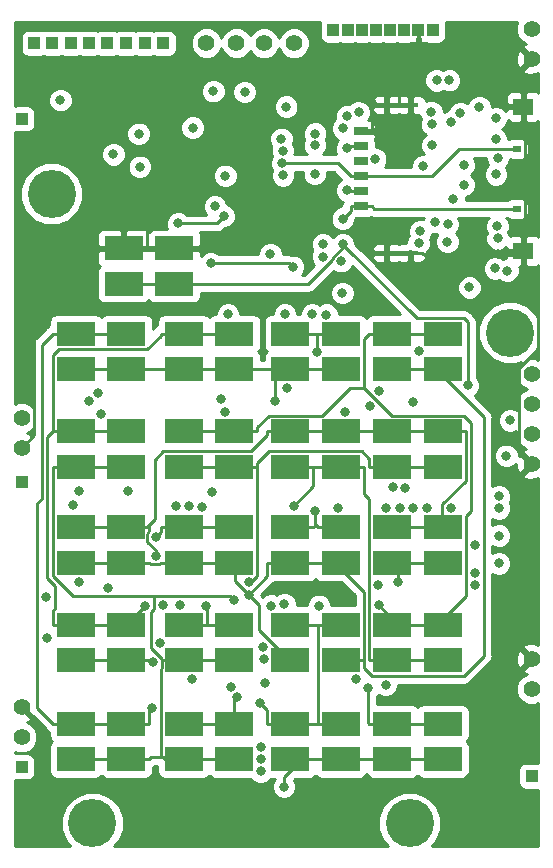
<source format=gbr>
G04 #@! TF.GenerationSoftware,KiCad,Pcbnew,5.0.2*
G04 #@! TF.CreationDate,2019-03-01T11:34:39+03:00*
G04 #@! TF.ProjectId,xmobile,786d6f62-696c-4652-9e6b-696361645f70,rev?*
G04 #@! TF.SameCoordinates,Original*
G04 #@! TF.FileFunction,Copper,L1,Top*
G04 #@! TF.FilePolarity,Positive*
%FSLAX46Y46*%
G04 Gerber Fmt 4.6, Leading zero omitted, Abs format (unit mm)*
G04 Created by KiCad (PCBNEW 5.0.2) date Пт 01 мар 2019 11:34:39*
%MOMM*%
%LPD*%
G01*
G04 APERTURE LIST*
G04 #@! TA.AperFunction,ComponentPad*
%ADD10C,1.400000*%
G04 #@! TD*
G04 #@! TA.AperFunction,ComponentPad*
%ADD11C,4.064000*%
G04 #@! TD*
G04 #@! TA.AperFunction,SMDPad,CuDef*
%ADD12R,3.250000X2.000000*%
G04 #@! TD*
G04 #@! TA.AperFunction,SMDPad,CuDef*
%ADD13R,1.150000X0.650000*%
G04 #@! TD*
G04 #@! TA.AperFunction,SMDPad,CuDef*
%ADD14R,1.300000X0.450000*%
G04 #@! TD*
G04 #@! TA.AperFunction,SMDPad,CuDef*
%ADD15R,0.800000X0.540000*%
G04 #@! TD*
G04 #@! TA.AperFunction,SMDPad,CuDef*
%ADD16R,1.700000X1.400000*%
G04 #@! TD*
G04 #@! TA.AperFunction,ComponentPad*
%ADD17R,1.000000X1.000000*%
G04 #@! TD*
G04 #@! TA.AperFunction,ViaPad*
%ADD18C,0.800000*%
G04 #@! TD*
G04 #@! TA.AperFunction,Conductor*
%ADD19C,0.250000*%
G04 #@! TD*
G04 #@! TA.AperFunction,Conductor*
%ADD20C,0.254000*%
G04 #@! TD*
G04 APERTURE END LIST*
D10*
G04 #@! TO.P,W3,1*
G04 #@! TO.N,/audio/AUDIO_MICP*
X166568000Y-71064100D03*
G04 #@! TO.P,W3,2*
G04 #@! TO.N,/audio/AUDIO_MICN*
X169108000Y-71064100D03*
G04 #@! TD*
D11*
G04 #@! TO.P,h3,3*
G04 #@! TO.N,N/C*
X148590000Y-83820000D03*
G04 #@! TD*
G04 #@! TO.P,h4,4*
G04 #@! TO.N,N/C*
X187401000Y-95554800D03*
G04 #@! TD*
G04 #@! TO.P,h2,2*
G04 #@! TO.N,N/C*
X178905000Y-137109000D03*
G04 #@! TD*
G04 #@! TO.P,H1,1*
G04 #@! TO.N,N/C*
X152044000Y-137109000D03*
G04 #@! TD*
D12*
G04 #@! TO.P,SW1,1*
G04 #@! TO.N,GND*
X154693000Y-88440000D03*
G04 #@! TO.P,SW1,2*
G04 #@! TO.N,/PDI_C*
X154693000Y-91440000D03*
X158953000Y-91440000D03*
G04 #@! TO.P,SW1,1*
G04 #@! TO.N,GND*
X158953000Y-88440000D03*
G04 #@! TD*
G04 #@! TO.P,SW2,1*
G04 #@! TO.N,/xmobile_keyboard/R0*
X168812000Y-120293000D03*
G04 #@! TO.P,SW2,2*
G04 #@! TO.N,/xmobile_keyboard/C0*
X168812000Y-123293000D03*
X173072000Y-123293000D03*
G04 #@! TO.P,SW2,1*
G04 #@! TO.N,/xmobile_keyboard/R0*
X173072000Y-120293000D03*
G04 #@! TD*
G04 #@! TO.P,SW3,1*
G04 #@! TO.N,/xmobile_keyboard/R1*
X150651000Y-112038000D03*
G04 #@! TO.P,SW3,2*
G04 #@! TO.N,/xmobile_keyboard/C0*
X150651000Y-115038000D03*
X154911000Y-115038000D03*
G04 #@! TO.P,SW3,1*
G04 #@! TO.N,/xmobile_keyboard/R1*
X154911000Y-112038000D03*
G04 #@! TD*
G04 #@! TO.P,SW4,1*
G04 #@! TO.N,/xmobile_keyboard/R2*
X177448000Y-95655000D03*
G04 #@! TO.P,SW4,2*
G04 #@! TO.N,/xmobile_keyboard/C0*
X177448000Y-98655000D03*
X181708000Y-98655000D03*
G04 #@! TO.P,SW4,1*
G04 #@! TO.N,/xmobile_keyboard/R2*
X181708000Y-95655000D03*
G04 #@! TD*
G04 #@! TO.P,SW5,1*
G04 #@! TO.N,/xmobile_keyboard/R3*
X159795000Y-112038000D03*
G04 #@! TO.P,SW5,2*
G04 #@! TO.N,/xmobile_keyboard/C0*
X159795000Y-115038000D03*
X164055000Y-115038000D03*
G04 #@! TO.P,SW5,1*
G04 #@! TO.N,/xmobile_keyboard/R3*
X164055000Y-112038000D03*
G04 #@! TD*
G04 #@! TO.P,SW6,1*
G04 #@! TO.N,/xmobile_keyboard/R4*
X168812000Y-112038000D03*
G04 #@! TO.P,SW6,2*
G04 #@! TO.N,/xmobile_keyboard/C0*
X168812000Y-115038000D03*
X173072000Y-115038000D03*
G04 #@! TO.P,SW6,1*
G04 #@! TO.N,/xmobile_keyboard/R4*
X173072000Y-112038000D03*
G04 #@! TD*
G04 #@! TO.P,SW7,1*
G04 #@! TO.N,/xmobile_keyboard/R0*
X150651000Y-128675000D03*
G04 #@! TO.P,SW7,2*
G04 #@! TO.N,/xmobile_keyboard/C1*
X150651000Y-131675000D03*
X154911000Y-131675000D03*
G04 #@! TO.P,SW7,1*
G04 #@! TO.N,/xmobile_keyboard/R0*
X154911000Y-128675000D03*
G04 #@! TD*
G04 #@! TO.P,SW8,1*
G04 #@! TO.N,/xmobile_keyboard/R1*
X177448000Y-112038000D03*
G04 #@! TO.P,SW8,2*
G04 #@! TO.N,/xmobile_keyboard/C1*
X177448000Y-115038000D03*
X181708000Y-115038000D03*
G04 #@! TO.P,SW8,1*
G04 #@! TO.N,/xmobile_keyboard/R1*
X181708000Y-112038000D03*
G04 #@! TD*
G04 #@! TO.P,SW9,1*
G04 #@! TO.N,/xmobile_keyboard/R2*
X159795000Y-128675000D03*
G04 #@! TO.P,SW9,2*
G04 #@! TO.N,/xmobile_keyboard/C1*
X159795000Y-131675000D03*
X164055000Y-131675000D03*
G04 #@! TO.P,SW9,1*
G04 #@! TO.N,/xmobile_keyboard/R2*
X164055000Y-128675000D03*
G04 #@! TD*
G04 #@! TO.P,SW10,1*
G04 #@! TO.N,/xmobile_keyboard/R3*
X150651000Y-103910000D03*
G04 #@! TO.P,SW10,2*
G04 #@! TO.N,/xmobile_keyboard/C1*
X150651000Y-106910000D03*
X154911000Y-106910000D03*
G04 #@! TO.P,SW10,1*
G04 #@! TO.N,/xmobile_keyboard/R3*
X154911000Y-103910000D03*
G04 #@! TD*
G04 #@! TO.P,SW11,1*
G04 #@! TO.N,/xmobile_keyboard/R4*
X159795000Y-120293000D03*
G04 #@! TO.P,SW11,2*
G04 #@! TO.N,/xmobile_keyboard/C1*
X159795000Y-123293000D03*
X164055000Y-123293000D03*
G04 #@! TO.P,SW11,1*
G04 #@! TO.N,/xmobile_keyboard/R4*
X164055000Y-120293000D03*
G04 #@! TD*
G04 #@! TO.P,SW12,1*
G04 #@! TO.N,/xmobile_keyboard/R0*
X168812000Y-128675000D03*
G04 #@! TO.P,SW12,2*
G04 #@! TO.N,/xmobile_keyboard/C2*
X168812000Y-131675000D03*
X173072000Y-131675000D03*
G04 #@! TO.P,SW12,1*
G04 #@! TO.N,/xmobile_keyboard/R0*
X173072000Y-128675000D03*
G04 #@! TD*
G04 #@! TO.P,SW13,1*
G04 #@! TO.N,/xmobile_keyboard/R1*
X177448000Y-103910000D03*
G04 #@! TO.P,SW13,2*
G04 #@! TO.N,/xmobile_keyboard/C2*
X177448000Y-106910000D03*
X181708000Y-106910000D03*
G04 #@! TO.P,SW13,1*
G04 #@! TO.N,/xmobile_keyboard/R1*
X181708000Y-103910000D03*
G04 #@! TD*
G04 #@! TO.P,SW14,1*
G04 #@! TO.N,/xmobile_keyboard/R2*
X159795000Y-103910000D03*
G04 #@! TO.P,SW14,2*
G04 #@! TO.N,/xmobile_keyboard/C2*
X159795000Y-106910000D03*
X164055000Y-106910000D03*
G04 #@! TO.P,SW14,1*
G04 #@! TO.N,/xmobile_keyboard/R2*
X164055000Y-103910000D03*
G04 #@! TD*
G04 #@! TO.P,SW15,1*
G04 #@! TO.N,/xmobile_keyboard/R3*
X150651000Y-120293000D03*
G04 #@! TO.P,SW15,2*
G04 #@! TO.N,/xmobile_keyboard/C2*
X150651000Y-123293000D03*
X154911000Y-123293000D03*
G04 #@! TO.P,SW15,1*
G04 #@! TO.N,/xmobile_keyboard/R3*
X154911000Y-120293000D03*
G04 #@! TD*
G04 #@! TO.P,SW16,1*
G04 #@! TO.N,/xmobile_keyboard/R4*
X177448000Y-128675000D03*
G04 #@! TO.P,SW16,2*
G04 #@! TO.N,/xmobile_keyboard/C2*
X177448000Y-131675000D03*
X181708000Y-131675000D03*
G04 #@! TO.P,SW16,1*
G04 #@! TO.N,/xmobile_keyboard/R4*
X181708000Y-128675000D03*
G04 #@! TD*
G04 #@! TO.P,SW17,1*
G04 #@! TO.N,/xmobile_keyboard/R0*
X150651000Y-95655000D03*
G04 #@! TO.P,SW17,2*
G04 #@! TO.N,/xmobile_keyboard/C3*
X150651000Y-98655000D03*
X154911000Y-98655000D03*
G04 #@! TO.P,SW17,1*
G04 #@! TO.N,/xmobile_keyboard/R0*
X154911000Y-95655000D03*
G04 #@! TD*
G04 #@! TO.P,SW18,1*
G04 #@! TO.N,/xmobile_keyboard/R1*
X168812000Y-103910000D03*
G04 #@! TO.P,SW18,2*
G04 #@! TO.N,/xmobile_keyboard/C3*
X168812000Y-106910000D03*
X173072000Y-106910000D03*
G04 #@! TO.P,SW18,1*
G04 #@! TO.N,/xmobile_keyboard/R1*
X173072000Y-103910000D03*
G04 #@! TD*
G04 #@! TO.P,SW19,1*
G04 #@! TO.N,/xmobile_keyboard/R2*
X177448000Y-120293000D03*
G04 #@! TO.P,SW19,2*
G04 #@! TO.N,/xmobile_keyboard/C3*
X177448000Y-123293000D03*
X181708000Y-123293000D03*
G04 #@! TO.P,SW19,1*
G04 #@! TO.N,/xmobile_keyboard/R2*
X181708000Y-120293000D03*
G04 #@! TD*
G04 #@! TO.P,SW20,1*
G04 #@! TO.N,/xmobile_keyboard/R3*
X159795000Y-95655000D03*
G04 #@! TO.P,SW20,2*
G04 #@! TO.N,/xmobile_keyboard/C3*
X159795000Y-98655000D03*
X164055000Y-98655000D03*
G04 #@! TO.P,SW20,1*
G04 #@! TO.N,/xmobile_keyboard/R3*
X164055000Y-95655000D03*
G04 #@! TD*
G04 #@! TO.P,SW21,1*
G04 #@! TO.N,/xmobile_keyboard/R4*
X168812000Y-95655000D03*
G04 #@! TO.P,SW21,2*
G04 #@! TO.N,/xmobile_keyboard/C3*
X168812000Y-98655000D03*
X173072000Y-98655000D03*
G04 #@! TO.P,SW21,1*
G04 #@! TO.N,/xmobile_keyboard/R4*
X173072000Y-95655000D03*
G04 #@! TD*
D13*
G04 #@! TO.P,U7,3*
G04 #@! TO.N,Net-(D18-Pad4)*
X174810000Y-84875000D03*
G04 #@! TO.P,U7,7*
G04 #@! TO.N,Net-(C32-Pad1)*
X174810000Y-83605000D03*
G04 #@! TO.P,U7,5*
G04 #@! TO.N,GND*
X174810000Y-78525000D03*
G04 #@! TO.P,U7,1*
G04 #@! TO.N,Net-(C33-Pad1)*
X174810000Y-79795000D03*
G04 #@! TO.P,U7,6*
G04 #@! TO.N,N/C*
X174810000Y-81065000D03*
G04 #@! TO.P,U7,2*
G04 #@! TO.N,Net-(D18-Pad3)*
X174810000Y-82335000D03*
D14*
G04 #@! TO.P,U7,5*
G04 #@! TO.N,GND*
X178980000Y-76280000D03*
X178980000Y-88820000D03*
X176980000Y-76280000D03*
X176980000Y-88820000D03*
D15*
G04 #@! TO.P,U7,3*
G04 #@! TO.N,Net-(D18-Pad4)*
X187960000Y-85090000D03*
G04 #@! TO.P,U7,2*
G04 #@! TO.N,Net-(D18-Pad3)*
X187960000Y-80010000D03*
D16*
G04 #@! TO.P,U7,5*
G04 #@! TO.N,GND*
X188540000Y-76450000D03*
X188540000Y-88660000D03*
G04 #@! TD*
D10*
G04 #@! TO.P,J2,1*
G04 #@! TO.N,GND*
X189230000Y-72390000D03*
G04 #@! TO.P,J2,2*
G04 #@! TO.N,Net-(J2-Pad2)*
X189230000Y-69850000D03*
G04 #@! TD*
D17*
G04 #@! TO.P,J3,1*
G04 #@! TO.N,Net-(J3-Pad1)*
X158026000Y-71064100D03*
G04 #@! TD*
D10*
G04 #@! TO.P,W1,1*
G04 #@! TO.N,GND*
X189230000Y-106680000D03*
G04 #@! TO.P,W1,2*
G04 #@! TO.N,3.3V*
X189230000Y-104140000D03*
G04 #@! TD*
G04 #@! TO.P,W2,2*
G04 #@! TO.N,/PDI_D*
X189230000Y-99060000D03*
G04 #@! TO.P,W2,1*
G04 #@! TO.N,/PDI_C*
X189230000Y-101600000D03*
G04 #@! TD*
G04 #@! TO.P,W4,2*
G04 #@! TO.N,/audio/AUDIO_SPKN*
X161701000Y-71064100D03*
G04 #@! TO.P,W4,1*
G04 #@! TO.N,/audio/AUDIO_SPKP*
X164241000Y-71064100D03*
G04 #@! TD*
D17*
G04 #@! TO.P,W5,1*
G04 #@! TO.N,Net-(C21-Pad1)*
X189230000Y-133119000D03*
G04 #@! TD*
G04 #@! TO.P,W6,1*
G04 #@! TO.N,Net-(C22-Pad1)*
X146050000Y-132326000D03*
G04 #@! TD*
D10*
G04 #@! TO.P,W7,2*
G04 #@! TO.N,GND*
X189230000Y-123190000D03*
G04 #@! TO.P,W7,1*
G04 #@! TO.N,Net-(C23-Pad2)*
X189230000Y-125730000D03*
G04 #@! TD*
G04 #@! TO.P,W8,1*
G04 #@! TO.N,Net-(C24-Pad2)*
X146050000Y-129830000D03*
G04 #@! TO.P,W8,2*
G04 #@! TO.N,GND*
X146050000Y-127290000D03*
G04 #@! TD*
D17*
G04 #@! TO.P,W9,1*
G04 #@! TO.N,/GSM_RTS*
X156461000Y-71064100D03*
G04 #@! TD*
G04 #@! TO.P,W10,1*
G04 #@! TO.N,/GSM_DTR*
X151722000Y-71064100D03*
G04 #@! TD*
G04 #@! TO.P,W11,1*
G04 #@! TO.N,/GSM_CTS*
X154879000Y-71064100D03*
G04 #@! TD*
G04 #@! TO.P,W12,1*
G04 #@! TO.N,/GSM_DCD*
X153294000Y-71064100D03*
G04 #@! TD*
G04 #@! TO.P,W13,1*
G04 #@! TO.N,/GSM_RI*
X150193000Y-71064100D03*
G04 #@! TD*
G04 #@! TO.P,W14,1*
G04 #@! TO.N,Net-(U8-Pad20)*
X146050000Y-108232000D03*
G04 #@! TD*
G04 #@! TO.P,W15,1*
G04 #@! TO.N,/GSM_TXD*
X148659000Y-71064100D03*
G04 #@! TD*
G04 #@! TO.P,W16,1*
G04 #@! TO.N,/GSM_RXD*
X147132000Y-71064100D03*
G04 #@! TD*
D10*
G04 #@! TO.P,W17,2*
G04 #@! TO.N,GND*
X146050000Y-105334000D03*
G04 #@! TO.P,W17,1*
G04 #@! TO.N,Net-(U8-Pad28)*
X146050000Y-102794000D03*
G04 #@! TD*
D17*
G04 #@! TO.P,W18,1*
G04 #@! TO.N,Net-(U8-Pad32)*
X146050000Y-77470000D03*
G04 #@! TD*
G04 #@! TO.P,J5,1*
G04 #@! TO.N,3.3V*
X180850000Y-69950000D03*
G04 #@! TD*
G04 #@! TO.P,J6,1*
G04 #@! TO.N,GND*
X179650000Y-69950000D03*
G04 #@! TD*
G04 #@! TO.P,J7,1*
G04 #@! TO.N,/EPD_DIN*
X178450000Y-69950000D03*
G04 #@! TD*
G04 #@! TO.P,J8,1*
G04 #@! TO.N,/EPD_CLK*
X177250000Y-69950000D03*
G04 #@! TD*
G04 #@! TO.P,J9,1*
G04 #@! TO.N,/EPD_CS*
X176050000Y-69950000D03*
G04 #@! TD*
G04 #@! TO.P,J10,1*
G04 #@! TO.N,/EPD_DC*
X174850000Y-69950000D03*
G04 #@! TD*
G04 #@! TO.P,J11,1*
G04 #@! TO.N,/EPD_RST*
X173650000Y-69950000D03*
G04 #@! TD*
G04 #@! TO.P,J12,1*
G04 #@! TO.N,/EPD_BUSY*
X172450000Y-69950000D03*
G04 #@! TD*
D18*
G04 #@! TO.N,3.3V*
X183969600Y-91740100D03*
G04 #@! TO.N,GND*
X168330300Y-117068500D03*
X186352400Y-88899200D03*
X174046900Y-74147200D03*
X156691900Y-86522700D03*
X178897000Y-71750300D03*
G04 #@! TO.N,/audio/AUDIO_SPKP*
X155960900Y-78729900D03*
X163261000Y-102294700D03*
G04 #@! TO.N,/audio/AUDIO_SPKN*
X162942800Y-101144200D03*
X153829700Y-80475100D03*
G04 #@! TO.N,/audio/AUDIO_MICP*
X163523400Y-94027300D03*
X162280900Y-75120200D03*
X160527300Y-78203600D03*
G04 #@! TO.N,/audio/AUDIO_MICN*
X164938400Y-75186200D03*
G04 #@! TO.N,Net-(C32-Pad1)*
X173627800Y-83514500D03*
X162165300Y-109045300D03*
X155034200Y-108976000D03*
G04 #@! TO.N,Net-(C33-Pad1)*
X173591300Y-79965700D03*
X161353900Y-110301300D03*
G04 #@! TO.N,/xmobile_GSM/USB_VBUS*
X152745700Y-102434300D03*
X166308000Y-130619100D03*
G04 #@! TO.N,Net-(D18-Pad3)*
X150379700Y-110137200D03*
X159143500Y-110208700D03*
X168087600Y-81229600D03*
G04 #@! TO.N,Net-(D18-Pad4)*
X173244500Y-85911100D03*
X160261700Y-110240000D03*
X150951900Y-108973300D03*
G04 #@! TO.N,Net-(D19-Pad1)*
X156052600Y-81518800D03*
X149338300Y-75890100D03*
G04 #@! TO.N,/microSD_DO*
X148211100Y-121438600D03*
X173583900Y-77265300D03*
G04 #@! TO.N,/microSD_SCLK*
X153342300Y-117163400D03*
X174584300Y-76915000D03*
G04 #@! TO.N,/microSD_DI*
X148126600Y-117987300D03*
X173260900Y-78265700D03*
G04 #@! TO.N,/microSD_CS*
X150937000Y-116670900D03*
X175992800Y-80896100D03*
G04 #@! TO.N,Net-(J2-Pad2)*
X179793900Y-86980500D03*
G04 #@! TO.N,Net-(J3-Pad1)*
X168050200Y-79153600D03*
G04 #@! TO.N,/EPD_BUSY*
X171561600Y-88052600D03*
G04 #@! TO.N,/EPD_RST*
X171564400Y-89134600D03*
G04 #@! TO.N,/EPD_DC*
X173120100Y-89520700D03*
G04 #@! TO.N,/EPD_CS*
X168166700Y-80154100D03*
G04 #@! TO.N,/EPD_CLK*
X170880200Y-79711100D03*
G04 #@! TO.N,/EPD_DIN*
X170905700Y-78710400D03*
G04 #@! TO.N,/xmobile_GSM/PWRKEY*
X163190600Y-85700300D03*
X159309900Y-86323700D03*
G04 #@! TO.N,/PDI_C*
X173237500Y-88065900D03*
X183819700Y-100040600D03*
G04 #@! TO.N,/xmobile_keyboard/LED1*
X166624700Y-125194800D03*
X159456000Y-118667500D03*
G04 #@! TO.N,/xmobile_keyboard/LED2*
X176874400Y-125370000D03*
X158045700Y-118658200D03*
G04 #@! TO.N,/xmobile_keyboard/LED3*
X171238200Y-118687600D03*
X157772700Y-121810800D03*
G04 #@! TO.N,/xmobile_keyboard/LED4*
X174341800Y-124912100D03*
X160493200Y-124897500D03*
G04 #@! TO.N,/KBD_SDA*
X170872600Y-82144100D03*
X167201100Y-118669300D03*
G04 #@! TO.N,/KBD_SCL*
X168188100Y-82247600D03*
X166521600Y-122189400D03*
G04 #@! TO.N,/KBD_INT*
X173204500Y-92211100D03*
X166551700Y-123214600D03*
X168299000Y-118568200D03*
G04 #@! TO.N,/GSM_RTS*
X167112200Y-88930500D03*
G04 #@! TO.N,/GSM_DTR*
X171864500Y-94040200D03*
G04 #@! TO.N,/GSM_CTS*
X168343300Y-94021000D03*
G04 #@! TO.N,/GSM_DCD*
X170636900Y-94028900D03*
X168454600Y-76435800D03*
G04 #@! TO.N,/GSM_RI*
X168548600Y-100262300D03*
G04 #@! TO.N,/GSM_TXD*
X163296700Y-82282200D03*
G04 #@! TO.N,/GSM_RXD*
X162416900Y-84871900D03*
G04 #@! TO.N,/xmobile_keyboard/R0*
X157103900Y-127385500D03*
X166261100Y-126905600D03*
G04 #@! TO.N,/xmobile_keyboard/C0*
X165270600Y-117808300D03*
G04 #@! TO.N,/xmobile_keyboard/R1*
X157420800Y-114435600D03*
X163769500Y-125579300D03*
G04 #@! TO.N,/xmobile_keyboard/R2*
X176288800Y-118646200D03*
X164314300Y-126452800D03*
G04 #@! TO.N,/xmobile_keyboard/R3*
X157426700Y-112897100D03*
X156519300Y-118686600D03*
G04 #@! TO.N,/xmobile_keyboard/R4*
X171042600Y-97207100D03*
X175417700Y-125644400D03*
X161699600Y-118686500D03*
X170900200Y-110624900D03*
G04 #@! TO.N,/xmobile_keyboard/C1*
X177958800Y-116664900D03*
X164009700Y-118228500D03*
G04 #@! TO.N,/xmobile_keyboard/C2*
X165308800Y-116692800D03*
X168263100Y-134000800D03*
X157156000Y-123423300D03*
G04 #@! TO.N,/xmobile_keyboard/C3*
X167509900Y-101333100D03*
X169116400Y-110233500D03*
G04 #@! TO.N,/OE*
X175512900Y-101799200D03*
X180819900Y-79710400D03*
G04 #@! TO.N,/CE2*
X180050400Y-81488700D03*
X176295900Y-100483400D03*
G04 #@! TO.N,/CE1*
X187404600Y-102985600D03*
X186396600Y-80749700D03*
G04 #@! TO.N,/D4*
X178480600Y-108749500D03*
X182123800Y-86364200D03*
G04 #@! TO.N,/D1*
X187091800Y-105988700D03*
X187173200Y-90309000D03*
G04 #@! TO.N,/A17*
X186469300Y-115104700D03*
X186205800Y-82163300D03*
G04 #@! TO.N,/D5*
X177479500Y-108661100D03*
X181086500Y-86217700D03*
G04 #@! TO.N,/D2*
X186468600Y-109418300D03*
X186139700Y-90132200D03*
G04 #@! TO.N,/A16*
X184408400Y-115956000D03*
X183479400Y-81377900D03*
G04 #@! TO.N,/D6*
X179680700Y-97144000D03*
X186345900Y-87585400D03*
G04 #@! TO.N,/D3*
X186468600Y-110437400D03*
X186327500Y-86572600D03*
G04 #@! TO.N,/A14*
X176264600Y-116936300D03*
X184817800Y-76459100D03*
G04 #@! TO.N,/A15*
X184409100Y-116961300D03*
X186200200Y-77429600D03*
G04 #@! TO.N,/D7*
X179194200Y-101442500D03*
X182098100Y-87872200D03*
G04 #@! TO.N,/A12*
X179206600Y-110430000D03*
X182410800Y-77753300D03*
G04 #@! TO.N,/A13*
X180347600Y-110423200D03*
X183190000Y-76958000D03*
G04 #@! TO.N,/WE*
X186196500Y-79210400D03*
X186480500Y-112756000D03*
G04 #@! TO.N,/A18*
X182412100Y-110397700D03*
X182609600Y-84236200D03*
G04 #@! TO.N,/A8*
X173439800Y-102308400D03*
X180743600Y-76899400D03*
G04 #@! TO.N,/A9*
X172806200Y-110413800D03*
X181190000Y-74202900D03*
G04 #@! TO.N,/A10*
X176870500Y-110431500D03*
X180785700Y-77899800D03*
G04 #@! TO.N,/A11*
X178100100Y-110412200D03*
X182248700Y-74196100D03*
G04 #@! TO.N,/A19*
X184420400Y-113556000D03*
X183491800Y-83048500D03*
G04 #@! TO.N,/PDI_D*
X179672400Y-87984500D03*
G04 #@! TO.N,/GSM_STATUS*
X168998800Y-89985500D03*
X162048400Y-89696000D03*
G04 #@! TO.N,/xmobile_GSM/USB_DP*
X151753600Y-101372800D03*
X166288100Y-132718000D03*
G04 #@! TO.N,/xmobile_GSM/USB_DN*
X152483200Y-100683700D03*
X166307300Y-131650000D03*
G04 #@! TD*
D19*
G04 #@! TO.N,GND*
X186352400Y-88899200D02*
X180034500Y-88899200D01*
X180034500Y-88899200D02*
X179955300Y-88820000D01*
X188540000Y-89016700D02*
X186469900Y-89016700D01*
X186469900Y-89016700D02*
X186352400Y-88899200D01*
X178980000Y-88820000D02*
X179955300Y-88820000D01*
X188540000Y-89016700D02*
X188540000Y-89685300D01*
X188540000Y-88660000D02*
X188540000Y-89016700D01*
X175937300Y-76280000D02*
X175937300Y-76037600D01*
X175937300Y-76037600D02*
X174046900Y-74147200D01*
X189230000Y-106680000D02*
X188204600Y-105654600D01*
X188204600Y-105654600D02*
X188204600Y-98564500D01*
X188204600Y-98564500D02*
X189789300Y-96979800D01*
X189789300Y-96979800D02*
X189789300Y-90934600D01*
X189789300Y-90934600D02*
X188540000Y-89685300D01*
X175710300Y-78525000D02*
X175710300Y-76507000D01*
X175710300Y-76507000D02*
X175937300Y-76280000D01*
X175937300Y-76280000D02*
X176004700Y-76280000D01*
X156691900Y-88440000D02*
X156691900Y-86522700D01*
X156691900Y-88440000D02*
X158953000Y-88440000D01*
X156643300Y-88440000D02*
X156691900Y-88440000D01*
X154693000Y-88440000D02*
X156643300Y-88440000D01*
X153717900Y-88440000D02*
X154693000Y-88440000D01*
X189230000Y-72390000D02*
X188540000Y-73080000D01*
X188540000Y-73080000D02*
X188540000Y-76450000D01*
X188540000Y-76450000D02*
X188540000Y-77475300D01*
X188540000Y-88660000D02*
X188540000Y-87634700D01*
X188540000Y-87634700D02*
X188685400Y-87489300D01*
X188685400Y-87489300D02*
X188685400Y-77620700D01*
X188685400Y-77620700D02*
X188540000Y-77475300D01*
X178004700Y-76280000D02*
X178004700Y-72642600D01*
X178004700Y-72642600D02*
X178897000Y-71750300D01*
X178004700Y-76280000D02*
X177955300Y-76280000D01*
X176980000Y-76280000D02*
X177955300Y-76280000D01*
X153717900Y-88440000D02*
X152742700Y-88440000D01*
X152742700Y-88440000D02*
X147114400Y-94068300D01*
X147114400Y-94068300D02*
X147114400Y-104269600D01*
X147114400Y-104269600D02*
X146050000Y-105334000D01*
X174810000Y-78525000D02*
X175710300Y-78525000D01*
X176980000Y-76280000D02*
X176004700Y-76280000D01*
X176980000Y-88820000D02*
X178980000Y-88820000D01*
X178980000Y-76280000D02*
X178004700Y-76280000D01*
X178897000Y-71750300D02*
X178897000Y-71750300D01*
G04 #@! TO.N,Net-(C32-Pad1)*
X173909700Y-83605000D02*
X173819200Y-83514500D01*
X173819200Y-83514500D02*
X173627800Y-83514500D01*
X174810000Y-83605000D02*
X173909700Y-83605000D01*
G04 #@! TO.N,Net-(C33-Pad1)*
X173591300Y-79965700D02*
X173739000Y-79965700D01*
X173739000Y-79965700D02*
X173909700Y-79795000D01*
X174810000Y-79795000D02*
X173909700Y-79795000D01*
G04 #@! TO.N,Net-(D18-Pad3)*
X175710300Y-82335000D02*
X180785500Y-82335000D01*
X180785500Y-82335000D02*
X183110500Y-80010000D01*
X183110500Y-80010000D02*
X187234700Y-80010000D01*
X173909700Y-82335000D02*
X172804300Y-81229600D01*
X172804300Y-81229600D02*
X168087600Y-81229600D01*
X174810000Y-82335000D02*
X173909700Y-82335000D01*
X174894900Y-82335000D02*
X174810000Y-82335000D01*
X174894900Y-82335000D02*
X175710300Y-82335000D01*
X187960000Y-80010000D02*
X187234700Y-80010000D01*
G04 #@! TO.N,Net-(D18-Pad4)*
X174810000Y-84875000D02*
X173909700Y-84875000D01*
X173244500Y-85911100D02*
X173909700Y-85245900D01*
X173909700Y-85245900D02*
X173909700Y-84875000D01*
X175260200Y-84875000D02*
X174810000Y-84875000D01*
X175260200Y-84875000D02*
X175710300Y-84875000D01*
X187234700Y-85090000D02*
X175925300Y-85090000D01*
X175925300Y-85090000D02*
X175710300Y-84875000D01*
X187960000Y-85090000D02*
X187234700Y-85090000D01*
G04 #@! TO.N,/xmobile_GSM/PWRKEY*
X159309900Y-86323700D02*
X162567200Y-86323700D01*
X162567200Y-86323700D02*
X163190600Y-85700300D01*
G04 #@! TO.N,/PDI_C*
X160903300Y-91440000D02*
X170284800Y-91440000D01*
X170284800Y-91440000D02*
X172289700Y-89435100D01*
X172289700Y-89435100D02*
X172289700Y-89293500D01*
X172289700Y-89293500D02*
X173377400Y-88205800D01*
X183819700Y-100040600D02*
X183819700Y-94675500D01*
X183819700Y-94675500D02*
X183473800Y-94329600D01*
X183473800Y-94329600D02*
X179501200Y-94329600D01*
X179501200Y-94329600D02*
X173377400Y-88205800D01*
X173377400Y-88205800D02*
X173237500Y-88065900D01*
X158953000Y-91440000D02*
X160903300Y-91440000D01*
X154693000Y-91440000D02*
X158953000Y-91440000D01*
G04 #@! TO.N,/xmobile_keyboard/R0*
X171121700Y-120293000D02*
X170762300Y-120293000D01*
X171121700Y-128675000D02*
X171121700Y-120293000D01*
X168812000Y-120293000D02*
X170762300Y-120293000D01*
X171121700Y-128675000D02*
X173072000Y-128675000D01*
X168812000Y-128675000D02*
X171121700Y-128675000D01*
X173072000Y-120293000D02*
X171121700Y-120293000D01*
X148700700Y-95655000D02*
X147748200Y-96607500D01*
X147748200Y-96607500D02*
X147748200Y-109611500D01*
X147748200Y-109611500D02*
X147360300Y-109999400D01*
X147360300Y-109999400D02*
X147360300Y-127334600D01*
X147360300Y-127334600D02*
X148700700Y-128675000D01*
X156861300Y-128675000D02*
X156861300Y-127628100D01*
X156861300Y-127628100D02*
X157103900Y-127385500D01*
X154911000Y-128675000D02*
X156861300Y-128675000D01*
X150651000Y-128675000D02*
X154911000Y-128675000D01*
X166261100Y-126905600D02*
X166861700Y-127506200D01*
X166861700Y-127506200D02*
X166861700Y-128675000D01*
X168812000Y-128675000D02*
X166861700Y-128675000D01*
X150651000Y-128675000D02*
X148700700Y-128675000D01*
X150651000Y-95655000D02*
X148700700Y-95655000D01*
X154911000Y-95655000D02*
X150651000Y-95655000D01*
G04 #@! TO.N,/xmobile_keyboard/C0*
X165270600Y-117808300D02*
X165270600Y-117778600D01*
X165270600Y-117778600D02*
X165295100Y-117754100D01*
X168812000Y-123293000D02*
X168659600Y-123293000D01*
X168659600Y-123293000D02*
X166124800Y-120758200D01*
X166124800Y-120758200D02*
X166124800Y-118662500D01*
X166124800Y-118662500D02*
X165270600Y-117808300D01*
X181708000Y-98655000D02*
X179398300Y-98655000D01*
X177448000Y-98655000D02*
X179398300Y-98655000D01*
X181708000Y-98655000D02*
X181708000Y-99257000D01*
X181708000Y-99257000D02*
X185159800Y-102708800D01*
X185159800Y-102708800D02*
X185159800Y-122944400D01*
X185159800Y-122944400D02*
X183466200Y-124638000D01*
X183466200Y-124638000D02*
X175696300Y-124638000D01*
X175696300Y-124638000D02*
X175022300Y-123964000D01*
X175022300Y-123964000D02*
X175022300Y-123293000D01*
X165295100Y-117754100D02*
X166861700Y-116187500D01*
X166861700Y-116187500D02*
X166861700Y-115038000D01*
X165295100Y-117754100D02*
X164103200Y-116562300D01*
X164103200Y-116562300D02*
X164103200Y-115967400D01*
X164103200Y-115967400D02*
X164055000Y-115919200D01*
X164055000Y-115919200D02*
X164055000Y-115038000D01*
X168812000Y-115038000D02*
X166861700Y-115038000D01*
X168812000Y-115038000D02*
X169309700Y-115038000D01*
X164055000Y-115038000D02*
X161745300Y-115038000D01*
X159795000Y-115038000D02*
X161745300Y-115038000D01*
X154911000Y-115038000D02*
X156861300Y-115038000D01*
X156861300Y-115038000D02*
X156984200Y-115160900D01*
X156984200Y-115160900D02*
X157721800Y-115160900D01*
X157721800Y-115160900D02*
X157844700Y-115038000D01*
X173072000Y-115038000D02*
X172560600Y-115038000D01*
X172560600Y-115038000D02*
X175022300Y-117499700D01*
X175022300Y-117499700D02*
X175022300Y-123293000D01*
X173072000Y-123293000D02*
X175022300Y-123293000D01*
X172560600Y-115038000D02*
X171121700Y-115038000D01*
X169309700Y-115038000D02*
X170762300Y-115038000D01*
X170762300Y-115038000D02*
X171121700Y-115038000D01*
X150651000Y-115038000D02*
X154911000Y-115038000D01*
X159795000Y-115038000D02*
X157844700Y-115038000D01*
G04 #@! TO.N,/xmobile_keyboard/R1*
X156861300Y-112038000D02*
X156861300Y-112329100D01*
X156861300Y-112329100D02*
X156759700Y-112430700D01*
X156759700Y-112430700D02*
X156759700Y-112538400D01*
X156759700Y-112538400D02*
X156701400Y-112596700D01*
X156701400Y-112596700D02*
X156701400Y-112678400D01*
X156701400Y-112678400D02*
X156695300Y-112684500D01*
X156695300Y-112684500D02*
X156695300Y-113285300D01*
X156695300Y-113285300D02*
X157420800Y-114010800D01*
X157420800Y-114010800D02*
X157420800Y-114435600D01*
X168812000Y-103910000D02*
X166861700Y-103910000D01*
X156636200Y-112038000D02*
X157311700Y-111362500D01*
X157311700Y-111362500D02*
X157311700Y-106306800D01*
X157311700Y-106306800D02*
X158033900Y-105584600D01*
X158033900Y-105584600D02*
X165494000Y-105584600D01*
X165494000Y-105584600D02*
X166861700Y-104216900D01*
X166861700Y-104216900D02*
X166861700Y-103910000D01*
X173072000Y-103910000D02*
X177448000Y-103910000D01*
X168812000Y-103910000D02*
X173072000Y-103910000D01*
X156636200Y-112038000D02*
X156861300Y-112038000D01*
X154911000Y-112038000D02*
X156636200Y-112038000D01*
X177448000Y-112038000D02*
X179398300Y-112038000D01*
X181686800Y-112016800D02*
X181708000Y-112038000D01*
X183658300Y-103910000D02*
X183658300Y-108125800D01*
X183658300Y-108125800D02*
X181686800Y-110097300D01*
X181686800Y-110097300D02*
X181686800Y-112016800D01*
X181686800Y-112016800D02*
X179419500Y-112016800D01*
X179419500Y-112016800D02*
X179398300Y-112038000D01*
X181708000Y-103910000D02*
X183658300Y-103910000D01*
X177448000Y-103910000D02*
X181708000Y-103910000D01*
X154911000Y-112038000D02*
X150651000Y-112038000D01*
G04 #@! TO.N,/xmobile_keyboard/R2*
X175025200Y-100238400D02*
X177371400Y-102584600D01*
X177371400Y-102584600D02*
X183481900Y-102584600D01*
X183481900Y-102584600D02*
X184112500Y-103215200D01*
X184112500Y-103215200D02*
X184112500Y-110674000D01*
X184112500Y-110674000D02*
X183658400Y-111128100D01*
X183658400Y-111128100D02*
X183658400Y-117855100D01*
X183658400Y-117855100D02*
X181220500Y-120293000D01*
X175497700Y-95655000D02*
X175025200Y-96127500D01*
X175025200Y-96127500D02*
X175025200Y-100238400D01*
X166005300Y-103910000D02*
X166005300Y-103578600D01*
X166005300Y-103578600D02*
X166999200Y-102584700D01*
X166999200Y-102584700D02*
X171509100Y-102584700D01*
X171509100Y-102584700D02*
X173855400Y-100238400D01*
X173855400Y-100238400D02*
X175025200Y-100238400D01*
X177448000Y-120293000D02*
X177448000Y-119805400D01*
X177448000Y-119805400D02*
X176288800Y-118646200D01*
X177448000Y-120293000D02*
X178423200Y-120293000D01*
X164055000Y-128675000D02*
X164055000Y-126712100D01*
X164055000Y-126712100D02*
X164314300Y-126452800D01*
X181220500Y-120293000D02*
X179757700Y-120293000D01*
X181708000Y-120293000D02*
X181220500Y-120293000D01*
X177448000Y-95655000D02*
X175497700Y-95655000D01*
X164055000Y-103910000D02*
X166005300Y-103910000D01*
X159795000Y-103910000D02*
X164055000Y-103910000D01*
X181708000Y-95655000D02*
X177448000Y-95655000D01*
X178423200Y-120293000D02*
X179398300Y-120293000D01*
X179757700Y-120293000D02*
X179398300Y-120293000D01*
X164055000Y-128675000D02*
X162104700Y-128675000D01*
X162104700Y-128675000D02*
X161745300Y-128675000D01*
X159795000Y-128675000D02*
X161745300Y-128675000D01*
G04 #@! TO.N,/xmobile_keyboard/R3*
X159795000Y-112038000D02*
X157844700Y-112038000D01*
X157426700Y-112897100D02*
X157844700Y-112479100D01*
X157844700Y-112479100D02*
X157844700Y-112038000D01*
X150651000Y-103910000D02*
X154911000Y-103910000D01*
X156519300Y-118686600D02*
X154912900Y-120293000D01*
X154912900Y-120293000D02*
X154911000Y-120293000D01*
X159795000Y-95655000D02*
X157844700Y-95655000D01*
X157844700Y-95655000D02*
X157844700Y-95820800D01*
X157844700Y-95820800D02*
X156685200Y-96980300D01*
X156685200Y-96980300D02*
X149181700Y-96980300D01*
X149181700Y-96980300D02*
X148700700Y-97461300D01*
X148700700Y-97461300D02*
X148700700Y-103910000D01*
X164055000Y-95655000D02*
X159795000Y-95655000D01*
X150651000Y-120293000D02*
X148700700Y-120293000D01*
X148700700Y-120293000D02*
X148700700Y-119089400D01*
X148700700Y-119089400D02*
X148856900Y-118933200D01*
X148856900Y-118933200D02*
X148856900Y-117017500D01*
X148856900Y-117017500D02*
X148198600Y-116359200D01*
X148198600Y-116359200D02*
X148198600Y-104412100D01*
X148198600Y-104412100D02*
X148700700Y-103910000D01*
X152960700Y-120293000D02*
X150651000Y-120293000D01*
X150651000Y-103910000D02*
X148700700Y-103910000D01*
X154911000Y-120293000D02*
X152960700Y-120293000D01*
X164055000Y-112038000D02*
X159795000Y-112038000D01*
G04 #@! TO.N,/xmobile_keyboard/R4*
X171042600Y-95655000D02*
X170762300Y-95655000D01*
X171121700Y-95655000D02*
X171042600Y-95655000D01*
X171042600Y-97207100D02*
X171042600Y-95655000D01*
X161745300Y-120293000D02*
X161745300Y-118732200D01*
X161745300Y-118732200D02*
X161699600Y-118686500D01*
X170942000Y-111858300D02*
X171121700Y-112038000D01*
X170900200Y-110624900D02*
X170900200Y-111816500D01*
X170900200Y-111816500D02*
X170942000Y-111858300D01*
X170942000Y-111858300D02*
X170762300Y-112038000D01*
X168812000Y-112038000D02*
X170762300Y-112038000D01*
X177448000Y-128675000D02*
X175497700Y-128675000D01*
X175417700Y-125644400D02*
X175417700Y-128595000D01*
X175417700Y-128595000D02*
X175497700Y-128675000D01*
X162104700Y-120293000D02*
X161745300Y-120293000D01*
X164055000Y-120293000D02*
X162104700Y-120293000D01*
X177448000Y-128675000D02*
X181708000Y-128675000D01*
X168812000Y-95655000D02*
X170762300Y-95655000D01*
X173072000Y-95655000D02*
X171121700Y-95655000D01*
X173072000Y-112038000D02*
X171121700Y-112038000D01*
X159795000Y-120293000D02*
X161745300Y-120293000D01*
G04 #@! TO.N,/xmobile_keyboard/C1*
X177958800Y-115038000D02*
X178423200Y-115038000D01*
X177448000Y-115038000D02*
X177958800Y-115038000D01*
X177958800Y-115038000D02*
X177958800Y-116664900D01*
X164009700Y-118228500D02*
X163676200Y-117895000D01*
X163676200Y-117895000D02*
X157255800Y-117895000D01*
X148700700Y-106910000D02*
X148700700Y-116172800D01*
X148700700Y-116172800D02*
X150422900Y-117895000D01*
X150422900Y-117895000D02*
X157255800Y-117895000D01*
X157957300Y-123293000D02*
X157957300Y-123198800D01*
X157957300Y-123198800D02*
X157044000Y-122285500D01*
X157044000Y-122285500D02*
X157044000Y-119187700D01*
X157044000Y-119187700D02*
X157255800Y-118975900D01*
X157255800Y-118975900D02*
X157255800Y-117895000D01*
X157830600Y-131495100D02*
X157041200Y-131495100D01*
X157041200Y-131495100D02*
X156861300Y-131675000D01*
X158190400Y-131675000D02*
X158010500Y-131495100D01*
X158010500Y-131495100D02*
X157830600Y-131495100D01*
X157830600Y-131495100D02*
X157830600Y-124046700D01*
X157830600Y-124046700D02*
X157957300Y-123920000D01*
X157957300Y-123920000D02*
X157957300Y-123293000D01*
X154911000Y-131675000D02*
X156861300Y-131675000D01*
X159795000Y-131675000D02*
X158190400Y-131675000D01*
X178423200Y-115038000D02*
X179398300Y-115038000D01*
X150651000Y-106910000D02*
X148700700Y-106910000D01*
X159795000Y-123293000D02*
X157957300Y-123293000D01*
X150828500Y-106910000D02*
X150651000Y-106910000D01*
X179398300Y-115038000D02*
X179757700Y-115038000D01*
X181708000Y-115038000D02*
X179757700Y-115038000D01*
X164055000Y-123293000D02*
X159795000Y-123293000D01*
X150828500Y-106910000D02*
X152601300Y-106910000D01*
X154911000Y-106910000D02*
X152601300Y-106910000D01*
X154911000Y-131675000D02*
X150651000Y-131675000D01*
X164055000Y-131675000D02*
X159795000Y-131675000D01*
G04 #@! TO.N,/xmobile_keyboard/C2*
X166005300Y-106910000D02*
X166005300Y-116190800D01*
X166005300Y-116190800D02*
X165503300Y-116692800D01*
X165503300Y-116692800D02*
X165308800Y-116692800D01*
X177448000Y-106910000D02*
X175497700Y-106910000D01*
X166005300Y-106910000D02*
X166005300Y-106567100D01*
X166005300Y-106567100D02*
X166987700Y-105584700D01*
X166987700Y-105584700D02*
X174835100Y-105584700D01*
X174835100Y-105584700D02*
X175497700Y-106247300D01*
X175497700Y-106247300D02*
X175497700Y-106910000D01*
X156861300Y-123293000D02*
X157025700Y-123293000D01*
X157025700Y-123293000D02*
X157156000Y-123423300D01*
X169787200Y-131675000D02*
X171121700Y-131675000D01*
X168263100Y-134000800D02*
X168263100Y-133199100D01*
X168263100Y-133199100D02*
X169787200Y-131675000D01*
X173072000Y-131675000D02*
X171121700Y-131675000D01*
X168812000Y-131675000D02*
X169787200Y-131675000D01*
X154911000Y-123293000D02*
X156861300Y-123293000D01*
X177448000Y-131675000D02*
X173072000Y-131675000D01*
X154911000Y-123293000D02*
X150651000Y-123293000D01*
X177448000Y-131675000D02*
X181708000Y-131675000D01*
X181708000Y-106910000D02*
X177448000Y-106910000D01*
X159795000Y-106910000D02*
X164055000Y-106910000D01*
X164055000Y-106910000D02*
X166005300Y-106910000D01*
G04 #@! TO.N,/xmobile_keyboard/C3*
X167509900Y-98655000D02*
X167509900Y-101333100D01*
X167509900Y-98655000D02*
X168812000Y-98655000D01*
X166005300Y-98655000D02*
X167509900Y-98655000D01*
X170762300Y-106910000D02*
X170762300Y-108587600D01*
X170762300Y-108587600D02*
X169116400Y-110233500D01*
X170762300Y-98655000D02*
X171121700Y-98655000D01*
X168812000Y-98655000D02*
X170762300Y-98655000D01*
X173072000Y-98655000D02*
X171121700Y-98655000D01*
X164055000Y-98655000D02*
X166005300Y-98655000D01*
X159795000Y-98655000D02*
X154911000Y-98655000D01*
X164055000Y-98655000D02*
X159795000Y-98655000D01*
X168812000Y-106910000D02*
X170762300Y-106910000D01*
X175022300Y-106910000D02*
X175022300Y-109203600D01*
X175022300Y-109203600D02*
X175497700Y-109679000D01*
X175497700Y-109679000D02*
X175497700Y-123293000D01*
X171121700Y-106910000D02*
X170762300Y-106910000D01*
X173072000Y-106910000D02*
X171121700Y-106910000D01*
X173072000Y-106910000D02*
X175022300Y-106910000D01*
X177448000Y-123293000D02*
X175497700Y-123293000D01*
X150651000Y-98655000D02*
X154911000Y-98655000D01*
X181708000Y-123293000D02*
X177448000Y-123293000D01*
G04 #@! TO.N,/GSM_STATUS*
X162048400Y-89696000D02*
X168709300Y-89696000D01*
X168709300Y-89696000D02*
X168998800Y-89985500D01*
G04 #@! TD*
D20*
G04 #@! TO.N,GND*
G36*
X171302560Y-69450000D02*
X171302560Y-70450000D01*
X171351843Y-70697765D01*
X171492191Y-70907809D01*
X171702235Y-71048157D01*
X171950000Y-71097440D01*
X172950000Y-71097440D01*
X173050000Y-71077549D01*
X173150000Y-71097440D01*
X174150000Y-71097440D01*
X174250000Y-71077549D01*
X174350000Y-71097440D01*
X175350000Y-71097440D01*
X175450000Y-71077549D01*
X175550000Y-71097440D01*
X176550000Y-71097440D01*
X176650000Y-71077549D01*
X176750000Y-71097440D01*
X177750000Y-71097440D01*
X177850000Y-71077549D01*
X177950000Y-71097440D01*
X178950000Y-71097440D01*
X179020074Y-71083502D01*
X179023691Y-71085000D01*
X179364250Y-71085000D01*
X179523000Y-70926250D01*
X179523000Y-70735415D01*
X179548157Y-70697765D01*
X179597440Y-70450000D01*
X179597440Y-69803000D01*
X179702560Y-69803000D01*
X179702560Y-70450000D01*
X179751843Y-70697765D01*
X179777000Y-70735415D01*
X179777000Y-70926250D01*
X179935750Y-71085000D01*
X180276309Y-71085000D01*
X180279926Y-71083502D01*
X180350000Y-71097440D01*
X181350000Y-71097440D01*
X181597765Y-71048157D01*
X181807809Y-70907809D01*
X181948157Y-70697765D01*
X181997440Y-70450000D01*
X181997440Y-69450000D01*
X181960642Y-69265000D01*
X188027322Y-69265000D01*
X187895000Y-69584452D01*
X187895000Y-70115548D01*
X188098242Y-70606217D01*
X188473783Y-70981758D01*
X188791302Y-71113279D01*
X188536169Y-71218958D01*
X188474331Y-71454725D01*
X189230000Y-72210395D01*
X189244142Y-72196252D01*
X189423748Y-72375858D01*
X189409605Y-72390000D01*
X189423748Y-72404143D01*
X189244142Y-72583748D01*
X189230000Y-72569605D01*
X188474331Y-73325275D01*
X188536169Y-73561042D01*
X189037122Y-73737419D01*
X189567440Y-73708664D01*
X189815000Y-73606121D01*
X189815000Y-75276975D01*
X189749698Y-75211673D01*
X189516309Y-75115000D01*
X188825750Y-75115000D01*
X188667000Y-75273750D01*
X188667000Y-76323000D01*
X188687000Y-76323000D01*
X188687000Y-76577000D01*
X188667000Y-76577000D01*
X188667000Y-77626250D01*
X188825750Y-77785000D01*
X189516309Y-77785000D01*
X189749698Y-77688327D01*
X189815000Y-77623025D01*
X189815000Y-87486975D01*
X189749698Y-87421673D01*
X189516309Y-87325000D01*
X188825750Y-87325000D01*
X188667000Y-87483750D01*
X188667000Y-88533000D01*
X188687000Y-88533000D01*
X188687000Y-88787000D01*
X188667000Y-88787000D01*
X188667000Y-89836250D01*
X188825750Y-89995000D01*
X189516309Y-89995000D01*
X189749698Y-89898327D01*
X189815000Y-89833025D01*
X189815000Y-94413505D01*
X189661974Y-94044066D01*
X188911734Y-93293826D01*
X187931499Y-92887800D01*
X186870501Y-92887800D01*
X185890266Y-93293826D01*
X185140026Y-94044066D01*
X184734000Y-95024301D01*
X184734000Y-96085299D01*
X185140026Y-97065534D01*
X185890266Y-97815774D01*
X186870501Y-98221800D01*
X187931499Y-98221800D01*
X188356100Y-98045925D01*
X188098242Y-98303783D01*
X187895000Y-98794452D01*
X187895000Y-99325548D01*
X188098242Y-99816217D01*
X188473783Y-100191758D01*
X188807528Y-100330000D01*
X188473783Y-100468242D01*
X188098242Y-100843783D01*
X187895000Y-101334452D01*
X187895000Y-101865548D01*
X187998762Y-102116051D01*
X187990880Y-102108169D01*
X187610474Y-101950600D01*
X187198726Y-101950600D01*
X186818320Y-102108169D01*
X186527169Y-102399320D01*
X186369600Y-102779726D01*
X186369600Y-103191474D01*
X186527169Y-103571880D01*
X186818320Y-103863031D01*
X187198726Y-104020600D01*
X187610474Y-104020600D01*
X187895000Y-103902746D01*
X187895000Y-104405548D01*
X188098242Y-104896217D01*
X188473783Y-105271758D01*
X188791302Y-105403279D01*
X188536169Y-105508958D01*
X188474331Y-105744725D01*
X189230000Y-106500395D01*
X189244143Y-106486253D01*
X189423748Y-106665858D01*
X189409605Y-106680000D01*
X189423748Y-106694142D01*
X189244143Y-106873748D01*
X189230000Y-106859605D01*
X188474331Y-107615275D01*
X188536169Y-107851042D01*
X189037122Y-108027419D01*
X189567440Y-107998664D01*
X189815001Y-107896121D01*
X189815001Y-121980641D01*
X189422878Y-121842581D01*
X188892560Y-121871336D01*
X188536169Y-122018958D01*
X188474331Y-122254725D01*
X189230000Y-123010395D01*
X189244142Y-122996252D01*
X189423748Y-123175858D01*
X189409605Y-123190000D01*
X189423748Y-123204142D01*
X189244142Y-123383748D01*
X189230000Y-123369605D01*
X188474331Y-124125275D01*
X188536169Y-124361042D01*
X188811987Y-124458153D01*
X188473783Y-124598242D01*
X188098242Y-124973783D01*
X187895000Y-125464452D01*
X187895000Y-125995548D01*
X188098242Y-126486217D01*
X188473783Y-126861758D01*
X188964452Y-127065000D01*
X189495548Y-127065000D01*
X189815001Y-126932678D01*
X189815001Y-131988468D01*
X189730000Y-131971560D01*
X188730000Y-131971560D01*
X188482235Y-132020843D01*
X188272191Y-132161191D01*
X188131843Y-132371235D01*
X188082560Y-132619000D01*
X188082560Y-133619000D01*
X188131843Y-133866765D01*
X188272191Y-134076809D01*
X188482235Y-134217157D01*
X188730000Y-134266440D01*
X189730000Y-134266440D01*
X189815001Y-134249532D01*
X189815001Y-139015000D01*
X180770708Y-139015000D01*
X181165974Y-138619734D01*
X181572000Y-137639499D01*
X181572000Y-136578501D01*
X181165974Y-135598266D01*
X180415734Y-134848026D01*
X179435499Y-134442000D01*
X178374501Y-134442000D01*
X177394266Y-134848026D01*
X176644026Y-135598266D01*
X176238000Y-136578501D01*
X176238000Y-137639499D01*
X176644026Y-138619734D01*
X177039292Y-139015000D01*
X153909708Y-139015000D01*
X154304974Y-138619734D01*
X154711000Y-137639499D01*
X154711000Y-136578501D01*
X154304974Y-135598266D01*
X153554734Y-134848026D01*
X152574499Y-134442000D01*
X151513501Y-134442000D01*
X150533266Y-134848026D01*
X149783026Y-135598266D01*
X149377000Y-136578501D01*
X149377000Y-137639499D01*
X149783026Y-138619734D01*
X150178292Y-139015000D01*
X145465000Y-139015000D01*
X145465000Y-133456533D01*
X145550000Y-133473440D01*
X146550000Y-133473440D01*
X146797765Y-133424157D01*
X147007809Y-133283809D01*
X147148157Y-133073765D01*
X147197440Y-132826000D01*
X147197440Y-131826000D01*
X147148157Y-131578235D01*
X147007809Y-131368191D01*
X146797765Y-131227843D01*
X146550000Y-131178560D01*
X145550000Y-131178560D01*
X145465000Y-131195467D01*
X145465000Y-131032678D01*
X145784452Y-131165000D01*
X146315548Y-131165000D01*
X146806217Y-130961758D01*
X147181758Y-130586217D01*
X147385000Y-130095548D01*
X147385000Y-129564452D01*
X147181758Y-129073783D01*
X146806217Y-128698242D01*
X146488698Y-128566721D01*
X146743831Y-128461042D01*
X146805669Y-128225275D01*
X146050000Y-127469605D01*
X146035858Y-127483748D01*
X145856252Y-127304142D01*
X145870395Y-127290000D01*
X145856252Y-127275858D01*
X146035858Y-127096252D01*
X146050000Y-127110395D01*
X146064142Y-127096252D01*
X146243748Y-127275858D01*
X146229605Y-127290000D01*
X146792713Y-127853107D01*
X146812372Y-127882529D01*
X146841794Y-127902188D01*
X146985275Y-128045669D01*
X146994221Y-128043323D01*
X148110371Y-129159473D01*
X148152771Y-129222929D01*
X148378560Y-129373797D01*
X148378560Y-129675000D01*
X148427843Y-129922765D01*
X148568191Y-130132809D01*
X148631334Y-130175000D01*
X148568191Y-130217191D01*
X148427843Y-130427235D01*
X148378560Y-130675000D01*
X148378560Y-132675000D01*
X148427843Y-132922765D01*
X148568191Y-133132809D01*
X148778235Y-133273157D01*
X149026000Y-133322440D01*
X152276000Y-133322440D01*
X152523765Y-133273157D01*
X152733809Y-133132809D01*
X152781000Y-133062183D01*
X152828191Y-133132809D01*
X153038235Y-133273157D01*
X153286000Y-133322440D01*
X156536000Y-133322440D01*
X156783765Y-133273157D01*
X156993809Y-133132809D01*
X157134157Y-132922765D01*
X157183440Y-132675000D01*
X157183440Y-132373797D01*
X157361082Y-132255100D01*
X157522560Y-132255100D01*
X157522560Y-132675000D01*
X157571843Y-132922765D01*
X157712191Y-133132809D01*
X157922235Y-133273157D01*
X158170000Y-133322440D01*
X161420000Y-133322440D01*
X161667765Y-133273157D01*
X161877809Y-133132809D01*
X161925000Y-133062183D01*
X161972191Y-133132809D01*
X162182235Y-133273157D01*
X162430000Y-133322440D01*
X165428829Y-133322440D01*
X165701820Y-133595431D01*
X166082226Y-133753000D01*
X166493974Y-133753000D01*
X166874380Y-133595431D01*
X167153946Y-133315865D01*
X167187000Y-133322440D01*
X167477749Y-133322440D01*
X167385669Y-133414520D01*
X167228100Y-133794926D01*
X167228100Y-134206674D01*
X167385669Y-134587080D01*
X167676820Y-134878231D01*
X168057226Y-135035800D01*
X168468974Y-135035800D01*
X168849380Y-134878231D01*
X169140531Y-134587080D01*
X169298100Y-134206674D01*
X169298100Y-133794926D01*
X169140531Y-133414520D01*
X169131506Y-133405495D01*
X169214561Y-133322440D01*
X170437000Y-133322440D01*
X170684765Y-133273157D01*
X170894809Y-133132809D01*
X170942000Y-133062183D01*
X170989191Y-133132809D01*
X171199235Y-133273157D01*
X171447000Y-133322440D01*
X174697000Y-133322440D01*
X174944765Y-133273157D01*
X175154809Y-133132809D01*
X175260000Y-132975381D01*
X175365191Y-133132809D01*
X175575235Y-133273157D01*
X175823000Y-133322440D01*
X179073000Y-133322440D01*
X179320765Y-133273157D01*
X179530809Y-133132809D01*
X179578000Y-133062183D01*
X179625191Y-133132809D01*
X179835235Y-133273157D01*
X180083000Y-133322440D01*
X183333000Y-133322440D01*
X183580765Y-133273157D01*
X183790809Y-133132809D01*
X183931157Y-132922765D01*
X183980440Y-132675000D01*
X183980440Y-130675000D01*
X183931157Y-130427235D01*
X183790809Y-130217191D01*
X183727666Y-130175000D01*
X183790809Y-130132809D01*
X183931157Y-129922765D01*
X183980440Y-129675000D01*
X183980440Y-127675000D01*
X183931157Y-127427235D01*
X183790809Y-127217191D01*
X183580765Y-127076843D01*
X183333000Y-127027560D01*
X180083000Y-127027560D01*
X179835235Y-127076843D01*
X179625191Y-127217191D01*
X179578000Y-127287817D01*
X179530809Y-127217191D01*
X179320765Y-127076843D01*
X179073000Y-127027560D01*
X176177700Y-127027560D01*
X176177700Y-126348111D01*
X176283250Y-126242561D01*
X176288120Y-126247431D01*
X176668526Y-126405000D01*
X177080274Y-126405000D01*
X177460680Y-126247431D01*
X177751831Y-125956280D01*
X177909400Y-125575874D01*
X177909400Y-125398000D01*
X183391353Y-125398000D01*
X183466200Y-125412888D01*
X183541047Y-125398000D01*
X183541052Y-125398000D01*
X183762737Y-125353904D01*
X184014129Y-125185929D01*
X184056531Y-125122470D01*
X185644273Y-123534729D01*
X185707729Y-123492329D01*
X185875704Y-123240937D01*
X185919800Y-123019252D01*
X185919800Y-123019248D01*
X185924201Y-122997122D01*
X187882581Y-122997122D01*
X187911336Y-123527440D01*
X188058958Y-123883831D01*
X188294725Y-123945669D01*
X189050395Y-123190000D01*
X188294725Y-122434331D01*
X188058958Y-122496169D01*
X187882581Y-122997122D01*
X185924201Y-122997122D01*
X185934688Y-122944401D01*
X185919800Y-122869554D01*
X185919800Y-115997366D01*
X186263426Y-116139700D01*
X186675174Y-116139700D01*
X187055580Y-115982131D01*
X187346731Y-115690980D01*
X187504300Y-115310574D01*
X187504300Y-114898826D01*
X187346731Y-114518420D01*
X187055580Y-114227269D01*
X186675174Y-114069700D01*
X186263426Y-114069700D01*
X185919800Y-114212034D01*
X185919800Y-113644027D01*
X186274626Y-113791000D01*
X186686374Y-113791000D01*
X187066780Y-113633431D01*
X187357931Y-113342280D01*
X187515500Y-112961874D01*
X187515500Y-112550126D01*
X187357931Y-112169720D01*
X187066780Y-111878569D01*
X186686374Y-111721000D01*
X186274626Y-111721000D01*
X185919800Y-111867973D01*
X185919800Y-111330356D01*
X186262726Y-111472400D01*
X186674474Y-111472400D01*
X187054880Y-111314831D01*
X187346031Y-111023680D01*
X187503600Y-110643274D01*
X187503600Y-110231526D01*
X187377814Y-109927850D01*
X187503600Y-109624174D01*
X187503600Y-109212426D01*
X187346031Y-108832020D01*
X187054880Y-108540869D01*
X186674474Y-108383300D01*
X186262726Y-108383300D01*
X185919800Y-108525344D01*
X185919800Y-105782826D01*
X186056800Y-105782826D01*
X186056800Y-106194574D01*
X186214369Y-106574980D01*
X186505520Y-106866131D01*
X186885926Y-107023700D01*
X187297674Y-107023700D01*
X187678080Y-106866131D01*
X187891557Y-106652654D01*
X187911336Y-107017440D01*
X188058958Y-107373831D01*
X188294725Y-107435669D01*
X189050395Y-106680000D01*
X188294725Y-105924331D01*
X188126800Y-105968375D01*
X188126800Y-105782826D01*
X187969231Y-105402420D01*
X187678080Y-105111269D01*
X187297674Y-104953700D01*
X186885926Y-104953700D01*
X186505520Y-105111269D01*
X186214369Y-105402420D01*
X186056800Y-105782826D01*
X185919800Y-105782826D01*
X185919800Y-102783646D01*
X185934688Y-102708799D01*
X185919800Y-102633952D01*
X185919800Y-102633948D01*
X185875704Y-102412263D01*
X185814010Y-102319931D01*
X185750129Y-102224326D01*
X185750127Y-102224324D01*
X185707729Y-102160871D01*
X185644276Y-102118473D01*
X184424907Y-100899104D01*
X184697131Y-100626880D01*
X184854700Y-100246474D01*
X184854700Y-99834726D01*
X184697131Y-99454320D01*
X184579700Y-99336889D01*
X184579700Y-94750346D01*
X184594588Y-94675499D01*
X184579700Y-94600652D01*
X184579700Y-94600648D01*
X184535604Y-94378963D01*
X184367629Y-94127571D01*
X184304172Y-94085171D01*
X184064131Y-93845129D01*
X184021729Y-93781671D01*
X183770337Y-93613696D01*
X183548652Y-93569600D01*
X183548647Y-93569600D01*
X183473800Y-93554712D01*
X183398953Y-93569600D01*
X179816002Y-93569600D01*
X177780628Y-91534226D01*
X182934600Y-91534226D01*
X182934600Y-91945974D01*
X183092169Y-92326380D01*
X183383320Y-92617531D01*
X183763726Y-92775100D01*
X184175474Y-92775100D01*
X184555880Y-92617531D01*
X184847031Y-92326380D01*
X185004600Y-91945974D01*
X185004600Y-91534226D01*
X184847031Y-91153820D01*
X184555880Y-90862669D01*
X184175474Y-90705100D01*
X183763726Y-90705100D01*
X183383320Y-90862669D01*
X183092169Y-91153820D01*
X182934600Y-91534226D01*
X177780628Y-91534226D01*
X176172728Y-89926326D01*
X185104700Y-89926326D01*
X185104700Y-90338074D01*
X185262269Y-90718480D01*
X185553420Y-91009631D01*
X185933826Y-91167200D01*
X186345574Y-91167200D01*
X186502633Y-91102144D01*
X186586920Y-91186431D01*
X186967326Y-91344000D01*
X187379074Y-91344000D01*
X187759480Y-91186431D01*
X188050631Y-90895280D01*
X188208200Y-90514874D01*
X188208200Y-90103126D01*
X188163413Y-89995000D01*
X188254250Y-89995000D01*
X188413000Y-89836250D01*
X188413000Y-88787000D01*
X187213750Y-88787000D01*
X187055000Y-88945750D01*
X187055000Y-89274000D01*
X186967326Y-89274000D01*
X186810267Y-89339056D01*
X186725980Y-89254769D01*
X186345574Y-89097200D01*
X185933826Y-89097200D01*
X185553420Y-89254769D01*
X185262269Y-89545920D01*
X185104700Y-89926326D01*
X176172728Y-89926326D01*
X175337652Y-89091250D01*
X175695000Y-89091250D01*
X175695000Y-89171310D01*
X175791673Y-89404699D01*
X175970302Y-89583327D01*
X176203691Y-89680000D01*
X176694250Y-89680000D01*
X176853000Y-89521250D01*
X176853000Y-88932500D01*
X177107000Y-88932500D01*
X177107000Y-89521250D01*
X177265750Y-89680000D01*
X177756309Y-89680000D01*
X177980000Y-89587344D01*
X178203691Y-89680000D01*
X178694250Y-89680000D01*
X178853000Y-89521250D01*
X178853000Y-88932500D01*
X177107000Y-88932500D01*
X176853000Y-88932500D01*
X175853750Y-88932500D01*
X175695000Y-89091250D01*
X175337652Y-89091250D01*
X174715092Y-88468690D01*
X175695000Y-88468690D01*
X175695000Y-88548750D01*
X175853750Y-88707500D01*
X176853000Y-88707500D01*
X176853000Y-88118750D01*
X176694250Y-87960000D01*
X176203691Y-87960000D01*
X175970302Y-88056673D01*
X175791673Y-88235301D01*
X175695000Y-88468690D01*
X174715092Y-88468690D01*
X174272500Y-88026099D01*
X174272500Y-87860026D01*
X174114931Y-87479620D01*
X173823780Y-87188469D01*
X173443374Y-87030900D01*
X173031626Y-87030900D01*
X172651220Y-87188469D01*
X172406200Y-87433489D01*
X172147880Y-87175169D01*
X171767474Y-87017600D01*
X171355726Y-87017600D01*
X170975320Y-87175169D01*
X170684169Y-87466320D01*
X170526600Y-87846726D01*
X170526600Y-88258474D01*
X170666813Y-88596980D01*
X170529400Y-88928726D01*
X170529400Y-89340474D01*
X170686969Y-89720880D01*
X170808044Y-89841955D01*
X169969999Y-90680000D01*
X169768011Y-90680000D01*
X169876231Y-90571780D01*
X170033800Y-90191374D01*
X170033800Y-89779626D01*
X169876231Y-89399220D01*
X169585080Y-89108069D01*
X169204674Y-88950500D01*
X168857048Y-88950500D01*
X168784152Y-88936000D01*
X168784147Y-88936000D01*
X168709300Y-88921112D01*
X168634453Y-88936000D01*
X168147200Y-88936000D01*
X168147200Y-88724626D01*
X167989631Y-88344220D01*
X167698480Y-88053069D01*
X167318074Y-87895500D01*
X166906326Y-87895500D01*
X166525920Y-88053069D01*
X166234769Y-88344220D01*
X166077200Y-88724626D01*
X166077200Y-88936000D01*
X162752111Y-88936000D01*
X162634680Y-88818569D01*
X162254274Y-88661000D01*
X161842526Y-88661000D01*
X161462120Y-88818569D01*
X161213000Y-89067689D01*
X161213000Y-88725750D01*
X161054250Y-88567000D01*
X159080000Y-88567000D01*
X159080000Y-88587000D01*
X158826000Y-88587000D01*
X158826000Y-88567000D01*
X156851750Y-88567000D01*
X156823000Y-88595750D01*
X156794250Y-88567000D01*
X154820000Y-88567000D01*
X154820000Y-88587000D01*
X154566000Y-88587000D01*
X154566000Y-88567000D01*
X152591750Y-88567000D01*
X152433000Y-88725750D01*
X152433000Y-89566310D01*
X152529673Y-89799699D01*
X152671320Y-89941345D01*
X152610191Y-89982191D01*
X152469843Y-90192235D01*
X152420560Y-90440000D01*
X152420560Y-92440000D01*
X152469843Y-92687765D01*
X152610191Y-92897809D01*
X152820235Y-93038157D01*
X153068000Y-93087440D01*
X156318000Y-93087440D01*
X156565765Y-93038157D01*
X156775809Y-92897809D01*
X156823000Y-92827183D01*
X156870191Y-92897809D01*
X157080235Y-93038157D01*
X157328000Y-93087440D01*
X160578000Y-93087440D01*
X160825765Y-93038157D01*
X161035809Y-92897809D01*
X161176157Y-92687765D01*
X161225440Y-92440000D01*
X161225440Y-92200000D01*
X170209953Y-92200000D01*
X170284800Y-92214888D01*
X170359647Y-92200000D01*
X170359652Y-92200000D01*
X170581337Y-92155904D01*
X170806842Y-92005226D01*
X172169500Y-92005226D01*
X172169500Y-92416974D01*
X172327069Y-92797380D01*
X172618220Y-93088531D01*
X172998626Y-93246100D01*
X173410374Y-93246100D01*
X173790780Y-93088531D01*
X174081931Y-92797380D01*
X174239500Y-92416974D01*
X174239500Y-92005226D01*
X174081931Y-91624820D01*
X173790780Y-91333669D01*
X173410374Y-91176100D01*
X172998626Y-91176100D01*
X172618220Y-91333669D01*
X172327069Y-91624820D01*
X172169500Y-92005226D01*
X170806842Y-92005226D01*
X170832729Y-91987929D01*
X170875131Y-91924470D01*
X172467645Y-90331956D01*
X172533820Y-90398131D01*
X172914226Y-90555700D01*
X173325974Y-90555700D01*
X173706380Y-90398131D01*
X173997531Y-90106980D01*
X174057939Y-89961141D01*
X178104358Y-94007560D01*
X175823000Y-94007560D01*
X175575235Y-94056843D01*
X175365191Y-94197191D01*
X175260000Y-94354619D01*
X175154809Y-94197191D01*
X174944765Y-94056843D01*
X174697000Y-94007560D01*
X172899500Y-94007560D01*
X172899500Y-93834326D01*
X172741931Y-93453920D01*
X172450780Y-93162769D01*
X172070374Y-93005200D01*
X171658626Y-93005200D01*
X171278220Y-93162769D01*
X171256350Y-93184639D01*
X171223180Y-93151469D01*
X170842774Y-92993900D01*
X170431026Y-92993900D01*
X170050620Y-93151469D01*
X169759469Y-93442620D01*
X169601900Y-93823026D01*
X169601900Y-94007560D01*
X169378300Y-94007560D01*
X169378300Y-93815126D01*
X169220731Y-93434720D01*
X168929580Y-93143569D01*
X168549174Y-92986000D01*
X168137426Y-92986000D01*
X167757020Y-93143569D01*
X167465869Y-93434720D01*
X167308300Y-93815126D01*
X167308300Y-94007560D01*
X167187000Y-94007560D01*
X166939235Y-94056843D01*
X166729191Y-94197191D01*
X166588843Y-94407235D01*
X166539560Y-94655000D01*
X166539560Y-96655000D01*
X166588843Y-96902765D01*
X166729191Y-97112809D01*
X166792334Y-97155000D01*
X166729191Y-97197191D01*
X166588843Y-97407235D01*
X166539560Y-97655000D01*
X166539560Y-97895000D01*
X166327440Y-97895000D01*
X166327440Y-97655000D01*
X166278157Y-97407235D01*
X166137809Y-97197191D01*
X166074666Y-97155000D01*
X166137809Y-97112809D01*
X166278157Y-96902765D01*
X166327440Y-96655000D01*
X166327440Y-94655000D01*
X166278157Y-94407235D01*
X166137809Y-94197191D01*
X165927765Y-94056843D01*
X165680000Y-94007560D01*
X164558400Y-94007560D01*
X164558400Y-93821426D01*
X164400831Y-93441020D01*
X164109680Y-93149869D01*
X163729274Y-92992300D01*
X163317526Y-92992300D01*
X162937120Y-93149869D01*
X162645969Y-93441020D01*
X162488400Y-93821426D01*
X162488400Y-94007560D01*
X162430000Y-94007560D01*
X162182235Y-94056843D01*
X161972191Y-94197191D01*
X161925000Y-94267817D01*
X161877809Y-94197191D01*
X161667765Y-94056843D01*
X161420000Y-94007560D01*
X158170000Y-94007560D01*
X157922235Y-94056843D01*
X157712191Y-94197191D01*
X157571843Y-94407235D01*
X157522560Y-94655000D01*
X157522560Y-94956203D01*
X157296771Y-95107071D01*
X157183440Y-95276683D01*
X157183440Y-94655000D01*
X157134157Y-94407235D01*
X156993809Y-94197191D01*
X156783765Y-94056843D01*
X156536000Y-94007560D01*
X153286000Y-94007560D01*
X153038235Y-94056843D01*
X152828191Y-94197191D01*
X152781000Y-94267817D01*
X152733809Y-94197191D01*
X152523765Y-94056843D01*
X152276000Y-94007560D01*
X149026000Y-94007560D01*
X148778235Y-94056843D01*
X148568191Y-94197191D01*
X148427843Y-94407235D01*
X148378560Y-94655000D01*
X148378560Y-94956204D01*
X148216226Y-95064671D01*
X148216224Y-95064673D01*
X148152771Y-95107071D01*
X148110373Y-95170525D01*
X147263729Y-96017169D01*
X147200271Y-96059571D01*
X147032296Y-96310964D01*
X146988200Y-96532649D01*
X146988200Y-96532653D01*
X146973312Y-96607500D01*
X146988200Y-96682347D01*
X146988200Y-101844225D01*
X146806217Y-101662242D01*
X146315548Y-101459000D01*
X145784452Y-101459000D01*
X145465000Y-101591322D01*
X145465000Y-87313690D01*
X152433000Y-87313690D01*
X152433000Y-88154250D01*
X152591750Y-88313000D01*
X154566000Y-88313000D01*
X154566000Y-86963750D01*
X154820000Y-86963750D01*
X154820000Y-88313000D01*
X156794250Y-88313000D01*
X156823000Y-88284250D01*
X156851750Y-88313000D01*
X158826000Y-88313000D01*
X158826000Y-88293000D01*
X159080000Y-88293000D01*
X159080000Y-88313000D01*
X161054250Y-88313000D01*
X161213000Y-88154250D01*
X161213000Y-87313690D01*
X161117735Y-87083700D01*
X162492353Y-87083700D01*
X162567200Y-87098588D01*
X162642047Y-87083700D01*
X162642052Y-87083700D01*
X162863737Y-87039604D01*
X163115129Y-86871629D01*
X163157531Y-86808170D01*
X163230401Y-86735300D01*
X163396474Y-86735300D01*
X163776880Y-86577731D01*
X164068031Y-86286580D01*
X164225600Y-85906174D01*
X164225600Y-85494426D01*
X164068031Y-85114020D01*
X163776880Y-84822869D01*
X163451900Y-84688258D01*
X163451900Y-84666026D01*
X163294331Y-84285620D01*
X163003180Y-83994469D01*
X162622774Y-83836900D01*
X162211026Y-83836900D01*
X161830620Y-83994469D01*
X161539469Y-84285620D01*
X161381900Y-84666026D01*
X161381900Y-85077774D01*
X161539469Y-85458180D01*
X161644989Y-85563700D01*
X160013611Y-85563700D01*
X159896180Y-85446269D01*
X159515774Y-85288700D01*
X159104026Y-85288700D01*
X158723620Y-85446269D01*
X158432469Y-85737420D01*
X158274900Y-86117826D01*
X158274900Y-86529574D01*
X158388985Y-86805000D01*
X157201691Y-86805000D01*
X156968302Y-86901673D01*
X156823000Y-87046974D01*
X156677698Y-86901673D01*
X156444309Y-86805000D01*
X154978750Y-86805000D01*
X154820000Y-86963750D01*
X154566000Y-86963750D01*
X154407250Y-86805000D01*
X152941691Y-86805000D01*
X152708302Y-86901673D01*
X152529673Y-87080301D01*
X152433000Y-87313690D01*
X145465000Y-87313690D01*
X145465000Y-83289501D01*
X145923000Y-83289501D01*
X145923000Y-84350499D01*
X146329026Y-85330734D01*
X147079266Y-86080974D01*
X148059501Y-86487000D01*
X149120499Y-86487000D01*
X150100734Y-86080974D01*
X150850974Y-85330734D01*
X151257000Y-84350499D01*
X151257000Y-83289501D01*
X150850974Y-82309266D01*
X150100734Y-81559026D01*
X149120499Y-81153000D01*
X148059501Y-81153000D01*
X147079266Y-81559026D01*
X146329026Y-82309266D01*
X145923000Y-83289501D01*
X145465000Y-83289501D01*
X145465000Y-80269226D01*
X152794700Y-80269226D01*
X152794700Y-80680974D01*
X152952269Y-81061380D01*
X153243420Y-81352531D01*
X153623826Y-81510100D01*
X154035574Y-81510100D01*
X154415980Y-81352531D01*
X154455585Y-81312926D01*
X155017600Y-81312926D01*
X155017600Y-81724674D01*
X155175169Y-82105080D01*
X155466320Y-82396231D01*
X155846726Y-82553800D01*
X156258474Y-82553800D01*
X156638880Y-82396231D01*
X156930031Y-82105080D01*
X156941941Y-82076326D01*
X162261700Y-82076326D01*
X162261700Y-82488074D01*
X162419269Y-82868480D01*
X162710420Y-83159631D01*
X163090826Y-83317200D01*
X163502574Y-83317200D01*
X163882980Y-83159631D01*
X164174131Y-82868480D01*
X164331700Y-82488074D01*
X164331700Y-82076326D01*
X164174131Y-81695920D01*
X163882980Y-81404769D01*
X163502574Y-81247200D01*
X163090826Y-81247200D01*
X162710420Y-81404769D01*
X162419269Y-81695920D01*
X162261700Y-82076326D01*
X156941941Y-82076326D01*
X157087600Y-81724674D01*
X157087600Y-81312926D01*
X156930031Y-80932520D01*
X156638880Y-80641369D01*
X156258474Y-80483800D01*
X155846726Y-80483800D01*
X155466320Y-80641369D01*
X155175169Y-80932520D01*
X155017600Y-81312926D01*
X154455585Y-81312926D01*
X154707131Y-81061380D01*
X154864700Y-80680974D01*
X154864700Y-80269226D01*
X154707131Y-79888820D01*
X154415980Y-79597669D01*
X154035574Y-79440100D01*
X153623826Y-79440100D01*
X153243420Y-79597669D01*
X152952269Y-79888820D01*
X152794700Y-80269226D01*
X145465000Y-80269226D01*
X145465000Y-78600533D01*
X145550000Y-78617440D01*
X146550000Y-78617440D01*
X146797765Y-78568157D01*
X146863811Y-78524026D01*
X154925900Y-78524026D01*
X154925900Y-78935774D01*
X155083469Y-79316180D01*
X155374620Y-79607331D01*
X155755026Y-79764900D01*
X156166774Y-79764900D01*
X156547180Y-79607331D01*
X156838331Y-79316180D01*
X156995900Y-78935774D01*
X156995900Y-78524026D01*
X156838331Y-78143620D01*
X156692437Y-77997726D01*
X159492300Y-77997726D01*
X159492300Y-78409474D01*
X159649869Y-78789880D01*
X159941020Y-79081031D01*
X160321426Y-79238600D01*
X160733174Y-79238600D01*
X161113580Y-79081031D01*
X161246885Y-78947726D01*
X167015200Y-78947726D01*
X167015200Y-79359474D01*
X167172769Y-79739880D01*
X167204752Y-79771863D01*
X167131700Y-79948226D01*
X167131700Y-80359974D01*
X167237673Y-80615816D01*
X167210169Y-80643320D01*
X167052600Y-81023726D01*
X167052600Y-81435474D01*
X167210169Y-81815880D01*
X167235964Y-81841675D01*
X167153100Y-82041726D01*
X167153100Y-82453474D01*
X167310669Y-82833880D01*
X167601820Y-83125031D01*
X167982226Y-83282600D01*
X168393974Y-83282600D01*
X168774380Y-83125031D01*
X169065531Y-82833880D01*
X169223100Y-82453474D01*
X169223100Y-82041726D01*
X169201509Y-81989600D01*
X169837600Y-81989600D01*
X169837600Y-82349974D01*
X169995169Y-82730380D01*
X170286320Y-83021531D01*
X170666726Y-83179100D01*
X171078474Y-83179100D01*
X171458880Y-83021531D01*
X171750031Y-82730380D01*
X171907600Y-82349974D01*
X171907600Y-81989600D01*
X172489499Y-81989600D01*
X173109011Y-82609113D01*
X173041520Y-82637069D01*
X172750369Y-82928220D01*
X172592800Y-83308626D01*
X172592800Y-83720374D01*
X172750369Y-84100780D01*
X173041520Y-84391931D01*
X173258406Y-84481768D01*
X173193796Y-84578463D01*
X173134811Y-84875000D01*
X173135030Y-84876100D01*
X173038626Y-84876100D01*
X172658220Y-85033669D01*
X172367069Y-85324820D01*
X172209500Y-85705226D01*
X172209500Y-86116974D01*
X172367069Y-86497380D01*
X172658220Y-86788531D01*
X173038626Y-86946100D01*
X173450374Y-86946100D01*
X173830780Y-86788531D01*
X174121931Y-86497380D01*
X174279500Y-86116974D01*
X174279500Y-85950902D01*
X174382962Y-85847440D01*
X175385000Y-85847440D01*
X175620747Y-85800548D01*
X175628763Y-85805904D01*
X175850448Y-85850000D01*
X175850453Y-85850000D01*
X175925300Y-85864888D01*
X176000147Y-85850000D01*
X180118530Y-85850000D01*
X180067375Y-85973501D01*
X179999774Y-85945500D01*
X179588026Y-85945500D01*
X179207620Y-86103069D01*
X178916469Y-86394220D01*
X178758900Y-86774626D01*
X178758900Y-87186374D01*
X178831513Y-87361676D01*
X178794969Y-87398220D01*
X178637400Y-87778626D01*
X178637400Y-87960000D01*
X178203691Y-87960000D01*
X177980000Y-88052656D01*
X177756309Y-87960000D01*
X177265750Y-87960000D01*
X177107000Y-88118750D01*
X177107000Y-88707500D01*
X178853000Y-88707500D01*
X178853000Y-88673000D01*
X178897189Y-88673000D01*
X179086120Y-88861931D01*
X179127000Y-88878864D01*
X179127000Y-88932500D01*
X179107000Y-88932500D01*
X179107000Y-89521250D01*
X179265750Y-89680000D01*
X179756309Y-89680000D01*
X179989698Y-89583327D01*
X180168327Y-89404699D01*
X180265000Y-89171310D01*
X180265000Y-89091250D01*
X180120752Y-88947002D01*
X180265000Y-88947002D01*
X180265000Y-88855611D01*
X180549831Y-88570780D01*
X180707400Y-88190374D01*
X180707400Y-87778626D01*
X180634787Y-87603324D01*
X180671331Y-87566780D01*
X180813025Y-87224699D01*
X180880626Y-87252700D01*
X181253889Y-87252700D01*
X181220669Y-87285920D01*
X181063100Y-87666326D01*
X181063100Y-88078074D01*
X181220669Y-88458480D01*
X181511820Y-88749631D01*
X181892226Y-88907200D01*
X182303974Y-88907200D01*
X182684380Y-88749631D01*
X182975531Y-88458480D01*
X183133100Y-88078074D01*
X183133100Y-87666326D01*
X182975531Y-87285920D01*
X182820661Y-87131050D01*
X183001231Y-86950480D01*
X183158800Y-86570074D01*
X183158800Y-86158326D01*
X183031087Y-85850000D01*
X185586389Y-85850000D01*
X185450069Y-85986320D01*
X185292500Y-86366726D01*
X185292500Y-86778474D01*
X185426182Y-87101211D01*
X185310900Y-87379526D01*
X185310900Y-87791274D01*
X185468469Y-88171680D01*
X185759620Y-88462831D01*
X186140026Y-88620400D01*
X186551774Y-88620400D01*
X186932180Y-88462831D01*
X187055000Y-88340011D01*
X187055000Y-88374250D01*
X187213750Y-88533000D01*
X188413000Y-88533000D01*
X188413000Y-87483750D01*
X188254250Y-87325000D01*
X187563691Y-87325000D01*
X187380900Y-87400715D01*
X187380900Y-87379526D01*
X187247218Y-87056789D01*
X187362500Y-86778474D01*
X187362500Y-86366726D01*
X187204931Y-85986320D01*
X187068611Y-85850000D01*
X187150368Y-85850000D01*
X187312235Y-85958157D01*
X187560000Y-86007440D01*
X188360000Y-86007440D01*
X188607765Y-85958157D01*
X188817809Y-85817809D01*
X188958157Y-85607765D01*
X189007440Y-85360000D01*
X189007440Y-84820000D01*
X188958157Y-84572235D01*
X188817809Y-84362191D01*
X188607765Y-84221843D01*
X188360000Y-84172560D01*
X187560000Y-84172560D01*
X187312235Y-84221843D01*
X187150368Y-84330000D01*
X183644600Y-84330000D01*
X183644600Y-84083500D01*
X183697674Y-84083500D01*
X184078080Y-83925931D01*
X184369231Y-83634780D01*
X184526800Y-83254374D01*
X184526800Y-82842626D01*
X184369231Y-82462220D01*
X184114011Y-82207000D01*
X184356831Y-81964180D01*
X184514400Y-81583774D01*
X184514400Y-81172026D01*
X184356831Y-80791620D01*
X184335211Y-80770000D01*
X185361600Y-80770000D01*
X185361600Y-80955574D01*
X185519169Y-81335980D01*
X185544289Y-81361100D01*
X185328369Y-81577020D01*
X185170800Y-81957426D01*
X185170800Y-82369174D01*
X185328369Y-82749580D01*
X185619520Y-83040731D01*
X185999926Y-83198300D01*
X186411674Y-83198300D01*
X186792080Y-83040731D01*
X187083231Y-82749580D01*
X187240800Y-82369174D01*
X187240800Y-81957426D01*
X187083231Y-81577020D01*
X187058111Y-81551900D01*
X187274031Y-81335980D01*
X187431600Y-80955574D01*
X187431600Y-80901900D01*
X187560000Y-80927440D01*
X188360000Y-80927440D01*
X188607765Y-80878157D01*
X188817809Y-80737809D01*
X188958157Y-80527765D01*
X189007440Y-80280000D01*
X189007440Y-79740000D01*
X188958157Y-79492235D01*
X188817809Y-79282191D01*
X188607765Y-79141843D01*
X188360000Y-79092560D01*
X187560000Y-79092560D01*
X187312235Y-79141843D01*
X187231500Y-79195789D01*
X187231500Y-79004526D01*
X187073931Y-78624120D01*
X186782780Y-78332969D01*
X186753320Y-78320766D01*
X186786480Y-78307031D01*
X187077631Y-78015880D01*
X187235200Y-77635474D01*
X187235200Y-77593226D01*
X187330302Y-77688327D01*
X187563691Y-77785000D01*
X188254250Y-77785000D01*
X188413000Y-77626250D01*
X188413000Y-76577000D01*
X187213750Y-76577000D01*
X187055000Y-76735750D01*
X187055000Y-76820689D01*
X186786480Y-76552169D01*
X186406074Y-76394600D01*
X185994326Y-76394600D01*
X185852800Y-76453222D01*
X185852800Y-76253226D01*
X185695231Y-75872820D01*
X185446101Y-75623690D01*
X187055000Y-75623690D01*
X187055000Y-76164250D01*
X187213750Y-76323000D01*
X188413000Y-76323000D01*
X188413000Y-75273750D01*
X188254250Y-75115000D01*
X187563691Y-75115000D01*
X187330302Y-75211673D01*
X187151673Y-75390301D01*
X187055000Y-75623690D01*
X185446101Y-75623690D01*
X185404080Y-75581669D01*
X185023674Y-75424100D01*
X184611926Y-75424100D01*
X184231520Y-75581669D01*
X183940369Y-75872820D01*
X183831460Y-76135749D01*
X183776280Y-76080569D01*
X183395874Y-75923000D01*
X182984126Y-75923000D01*
X182603720Y-76080569D01*
X182312569Y-76371720D01*
X182161573Y-76736257D01*
X181824520Y-76875869D01*
X181778600Y-76921789D01*
X181778600Y-76693526D01*
X181621031Y-76313120D01*
X181329880Y-76021969D01*
X180949474Y-75864400D01*
X180537726Y-75864400D01*
X180265000Y-75977367D01*
X180265000Y-75928690D01*
X180168327Y-75695301D01*
X179989698Y-75516673D01*
X179756309Y-75420000D01*
X179265750Y-75420000D01*
X179107000Y-75578750D01*
X179107000Y-76167500D01*
X179127000Y-76167500D01*
X179127000Y-76392500D01*
X179107000Y-76392500D01*
X179107000Y-76981250D01*
X179265750Y-77140000D01*
X179722984Y-77140000D01*
X179851564Y-77450419D01*
X179750700Y-77693926D01*
X179750700Y-78105674D01*
X179908269Y-78486080D01*
X180199420Y-78777231D01*
X180283802Y-78812183D01*
X180233620Y-78832969D01*
X179942469Y-79124120D01*
X179784900Y-79504526D01*
X179784900Y-79916274D01*
X179942469Y-80296680D01*
X180099489Y-80453700D01*
X179844526Y-80453700D01*
X179464120Y-80611269D01*
X179172969Y-80902420D01*
X179015400Y-81282826D01*
X179015400Y-81575000D01*
X176777611Y-81575000D01*
X176870231Y-81482380D01*
X177027800Y-81101974D01*
X177027800Y-80690226D01*
X176870231Y-80309820D01*
X176579080Y-80018669D01*
X176198674Y-79861100D01*
X176032440Y-79861100D01*
X176032440Y-79470000D01*
X175983157Y-79222235D01*
X175943017Y-79162162D01*
X176020000Y-78976310D01*
X176020000Y-78810750D01*
X175861250Y-78652000D01*
X174937000Y-78652000D01*
X174937000Y-78672000D01*
X174683000Y-78672000D01*
X174683000Y-78652000D01*
X174663000Y-78652000D01*
X174663000Y-78398000D01*
X174683000Y-78398000D01*
X174683000Y-78378000D01*
X174937000Y-78378000D01*
X174937000Y-78398000D01*
X175861250Y-78398000D01*
X176020000Y-78239250D01*
X176020000Y-78073690D01*
X175923327Y-77840301D01*
X175744698Y-77661673D01*
X175511309Y-77565000D01*
X175398011Y-77565000D01*
X175461731Y-77501280D01*
X175619300Y-77120874D01*
X175619300Y-76709126D01*
X175553906Y-76551250D01*
X175695000Y-76551250D01*
X175695000Y-76631310D01*
X175791673Y-76864699D01*
X175970302Y-77043327D01*
X176203691Y-77140000D01*
X176694250Y-77140000D01*
X176853000Y-76981250D01*
X176853000Y-76392500D01*
X177107000Y-76392500D01*
X177107000Y-76981250D01*
X177265750Y-77140000D01*
X177756309Y-77140000D01*
X177980000Y-77047344D01*
X178203691Y-77140000D01*
X178694250Y-77140000D01*
X178853000Y-76981250D01*
X178853000Y-76392500D01*
X177107000Y-76392500D01*
X176853000Y-76392500D01*
X175853750Y-76392500D01*
X175695000Y-76551250D01*
X175553906Y-76551250D01*
X175461731Y-76328720D01*
X175170580Y-76037569D01*
X174907723Y-75928690D01*
X175695000Y-75928690D01*
X175695000Y-76008750D01*
X175853750Y-76167500D01*
X176853000Y-76167500D01*
X176853000Y-75578750D01*
X177107000Y-75578750D01*
X177107000Y-76167500D01*
X178853000Y-76167500D01*
X178853000Y-75578750D01*
X178694250Y-75420000D01*
X178203691Y-75420000D01*
X177980000Y-75512656D01*
X177756309Y-75420000D01*
X177265750Y-75420000D01*
X177107000Y-75578750D01*
X176853000Y-75578750D01*
X176694250Y-75420000D01*
X176203691Y-75420000D01*
X175970302Y-75516673D01*
X175791673Y-75695301D01*
X175695000Y-75928690D01*
X174907723Y-75928690D01*
X174790174Y-75880000D01*
X174378426Y-75880000D01*
X173998020Y-76037569D01*
X173800745Y-76234844D01*
X173789774Y-76230300D01*
X173378026Y-76230300D01*
X172997620Y-76387869D01*
X172706469Y-76679020D01*
X172548900Y-77059426D01*
X172548900Y-77471174D01*
X172561440Y-77501449D01*
X172383469Y-77679420D01*
X172225900Y-78059826D01*
X172225900Y-78471574D01*
X172383469Y-78851980D01*
X172674620Y-79143131D01*
X172869455Y-79223834D01*
X172713869Y-79379420D01*
X172556300Y-79759826D01*
X172556300Y-80171574D01*
X172679746Y-80469600D01*
X171585411Y-80469600D01*
X171757631Y-80297380D01*
X171915200Y-79916974D01*
X171915200Y-79505226D01*
X171805974Y-79241531D01*
X171940700Y-78916274D01*
X171940700Y-78504526D01*
X171783131Y-78124120D01*
X171491980Y-77832969D01*
X171111574Y-77675400D01*
X170699826Y-77675400D01*
X170319420Y-77832969D01*
X170028269Y-78124120D01*
X169870700Y-78504526D01*
X169870700Y-78916274D01*
X169979926Y-79179969D01*
X169845200Y-79505226D01*
X169845200Y-79916974D01*
X170002769Y-80297380D01*
X170174989Y-80469600D01*
X169156292Y-80469600D01*
X169201700Y-80359974D01*
X169201700Y-79948226D01*
X169044131Y-79567820D01*
X169012148Y-79535837D01*
X169085200Y-79359474D01*
X169085200Y-78947726D01*
X168927631Y-78567320D01*
X168636480Y-78276169D01*
X168256074Y-78118600D01*
X167844326Y-78118600D01*
X167463920Y-78276169D01*
X167172769Y-78567320D01*
X167015200Y-78947726D01*
X161246885Y-78947726D01*
X161404731Y-78789880D01*
X161562300Y-78409474D01*
X161562300Y-77997726D01*
X161404731Y-77617320D01*
X161113580Y-77326169D01*
X160733174Y-77168600D01*
X160321426Y-77168600D01*
X159941020Y-77326169D01*
X159649869Y-77617320D01*
X159492300Y-77997726D01*
X156692437Y-77997726D01*
X156547180Y-77852469D01*
X156166774Y-77694900D01*
X155755026Y-77694900D01*
X155374620Y-77852469D01*
X155083469Y-78143620D01*
X154925900Y-78524026D01*
X146863811Y-78524026D01*
X147007809Y-78427809D01*
X147148157Y-78217765D01*
X147197440Y-77970000D01*
X147197440Y-76970000D01*
X147148157Y-76722235D01*
X147007809Y-76512191D01*
X146797765Y-76371843D01*
X146550000Y-76322560D01*
X145550000Y-76322560D01*
X145465000Y-76339467D01*
X145465000Y-75684226D01*
X148303300Y-75684226D01*
X148303300Y-76095974D01*
X148460869Y-76476380D01*
X148752020Y-76767531D01*
X149132426Y-76925100D01*
X149544174Y-76925100D01*
X149924580Y-76767531D01*
X150215731Y-76476380D01*
X150317815Y-76229926D01*
X167419600Y-76229926D01*
X167419600Y-76641674D01*
X167577169Y-77022080D01*
X167868320Y-77313231D01*
X168248726Y-77470800D01*
X168660474Y-77470800D01*
X169040880Y-77313231D01*
X169332031Y-77022080D01*
X169489600Y-76641674D01*
X169489600Y-76229926D01*
X169332031Y-75849520D01*
X169040880Y-75558369D01*
X168660474Y-75400800D01*
X168248726Y-75400800D01*
X167868320Y-75558369D01*
X167577169Y-75849520D01*
X167419600Y-76229926D01*
X150317815Y-76229926D01*
X150373300Y-76095974D01*
X150373300Y-75684226D01*
X150215731Y-75303820D01*
X149924580Y-75012669D01*
X149687159Y-74914326D01*
X161245900Y-74914326D01*
X161245900Y-75326074D01*
X161403469Y-75706480D01*
X161694620Y-75997631D01*
X162075026Y-76155200D01*
X162486774Y-76155200D01*
X162867180Y-75997631D01*
X163158331Y-75706480D01*
X163315900Y-75326074D01*
X163315900Y-74980326D01*
X163903400Y-74980326D01*
X163903400Y-75392074D01*
X164060969Y-75772480D01*
X164352120Y-76063631D01*
X164732526Y-76221200D01*
X165144274Y-76221200D01*
X165524680Y-76063631D01*
X165815831Y-75772480D01*
X165973400Y-75392074D01*
X165973400Y-74980326D01*
X165815831Y-74599920D01*
X165524680Y-74308769D01*
X165144274Y-74151200D01*
X164732526Y-74151200D01*
X164352120Y-74308769D01*
X164060969Y-74599920D01*
X163903400Y-74980326D01*
X163315900Y-74980326D01*
X163315900Y-74914326D01*
X163158331Y-74533920D01*
X162867180Y-74242769D01*
X162486774Y-74085200D01*
X162075026Y-74085200D01*
X161694620Y-74242769D01*
X161403469Y-74533920D01*
X161245900Y-74914326D01*
X149687159Y-74914326D01*
X149544174Y-74855100D01*
X149132426Y-74855100D01*
X148752020Y-75012669D01*
X148460869Y-75303820D01*
X148303300Y-75684226D01*
X145465000Y-75684226D01*
X145465000Y-73997026D01*
X180155000Y-73997026D01*
X180155000Y-74408774D01*
X180312569Y-74789180D01*
X180603720Y-75080331D01*
X180984126Y-75237900D01*
X181395874Y-75237900D01*
X181727558Y-75100512D01*
X182042826Y-75231100D01*
X182454574Y-75231100D01*
X182834980Y-75073531D01*
X183126131Y-74782380D01*
X183283700Y-74401974D01*
X183283700Y-73990226D01*
X183126131Y-73609820D01*
X182834980Y-73318669D01*
X182454574Y-73161100D01*
X182042826Y-73161100D01*
X181711142Y-73298488D01*
X181395874Y-73167900D01*
X180984126Y-73167900D01*
X180603720Y-73325469D01*
X180312569Y-73616620D01*
X180155000Y-73997026D01*
X145465000Y-73997026D01*
X145465000Y-70564100D01*
X145984560Y-70564100D01*
X145984560Y-71564100D01*
X146033843Y-71811865D01*
X146174191Y-72021909D01*
X146384235Y-72162257D01*
X146632000Y-72211540D01*
X147632000Y-72211540D01*
X147879765Y-72162257D01*
X147895500Y-72151743D01*
X147911235Y-72162257D01*
X148159000Y-72211540D01*
X149159000Y-72211540D01*
X149406765Y-72162257D01*
X149426000Y-72149404D01*
X149445235Y-72162257D01*
X149693000Y-72211540D01*
X150693000Y-72211540D01*
X150940765Y-72162257D01*
X150957500Y-72151075D01*
X150974235Y-72162257D01*
X151222000Y-72211540D01*
X152222000Y-72211540D01*
X152469765Y-72162257D01*
X152508000Y-72136709D01*
X152546235Y-72162257D01*
X152794000Y-72211540D01*
X153794000Y-72211540D01*
X154041765Y-72162257D01*
X154086500Y-72132366D01*
X154131235Y-72162257D01*
X154379000Y-72211540D01*
X155379000Y-72211540D01*
X155626765Y-72162257D01*
X155670000Y-72133368D01*
X155713235Y-72162257D01*
X155961000Y-72211540D01*
X156961000Y-72211540D01*
X157208765Y-72162257D01*
X157243500Y-72139048D01*
X157278235Y-72162257D01*
X157526000Y-72211540D01*
X158526000Y-72211540D01*
X158773765Y-72162257D01*
X158983809Y-72021909D01*
X159124157Y-71811865D01*
X159173440Y-71564100D01*
X159173440Y-70798552D01*
X160366000Y-70798552D01*
X160366000Y-71329648D01*
X160569242Y-71820317D01*
X160944783Y-72195858D01*
X161435452Y-72399100D01*
X161966548Y-72399100D01*
X162457217Y-72195858D01*
X162832758Y-71820317D01*
X162971000Y-71486572D01*
X163109242Y-71820317D01*
X163484783Y-72195858D01*
X163975452Y-72399100D01*
X164506548Y-72399100D01*
X164997217Y-72195858D01*
X165372758Y-71820317D01*
X165404500Y-71743685D01*
X165436242Y-71820317D01*
X165811783Y-72195858D01*
X166302452Y-72399100D01*
X166833548Y-72399100D01*
X167324217Y-72195858D01*
X167699758Y-71820317D01*
X167838000Y-71486572D01*
X167976242Y-71820317D01*
X168351783Y-72195858D01*
X168842452Y-72399100D01*
X169373548Y-72399100D01*
X169861165Y-72197122D01*
X187882581Y-72197122D01*
X187911336Y-72727440D01*
X188058958Y-73083831D01*
X188294725Y-73145669D01*
X189050395Y-72390000D01*
X188294725Y-71634331D01*
X188058958Y-71696169D01*
X187882581Y-72197122D01*
X169861165Y-72197122D01*
X169864217Y-72195858D01*
X170239758Y-71820317D01*
X170443000Y-71329648D01*
X170443000Y-70798552D01*
X170239758Y-70307883D01*
X169864217Y-69932342D01*
X169373548Y-69729100D01*
X168842452Y-69729100D01*
X168351783Y-69932342D01*
X167976242Y-70307883D01*
X167838000Y-70641628D01*
X167699758Y-70307883D01*
X167324217Y-69932342D01*
X166833548Y-69729100D01*
X166302452Y-69729100D01*
X165811783Y-69932342D01*
X165436242Y-70307883D01*
X165404500Y-70384515D01*
X165372758Y-70307883D01*
X164997217Y-69932342D01*
X164506548Y-69729100D01*
X163975452Y-69729100D01*
X163484783Y-69932342D01*
X163109242Y-70307883D01*
X162971000Y-70641628D01*
X162832758Y-70307883D01*
X162457217Y-69932342D01*
X161966548Y-69729100D01*
X161435452Y-69729100D01*
X160944783Y-69932342D01*
X160569242Y-70307883D01*
X160366000Y-70798552D01*
X159173440Y-70798552D01*
X159173440Y-70564100D01*
X159124157Y-70316335D01*
X158983809Y-70106291D01*
X158773765Y-69965943D01*
X158526000Y-69916660D01*
X157526000Y-69916660D01*
X157278235Y-69965943D01*
X157243500Y-69989152D01*
X157208765Y-69965943D01*
X156961000Y-69916660D01*
X155961000Y-69916660D01*
X155713235Y-69965943D01*
X155670000Y-69994832D01*
X155626765Y-69965943D01*
X155379000Y-69916660D01*
X154379000Y-69916660D01*
X154131235Y-69965943D01*
X154086500Y-69995834D01*
X154041765Y-69965943D01*
X153794000Y-69916660D01*
X152794000Y-69916660D01*
X152546235Y-69965943D01*
X152508000Y-69991491D01*
X152469765Y-69965943D01*
X152222000Y-69916660D01*
X151222000Y-69916660D01*
X150974235Y-69965943D01*
X150957500Y-69977125D01*
X150940765Y-69965943D01*
X150693000Y-69916660D01*
X149693000Y-69916660D01*
X149445235Y-69965943D01*
X149426000Y-69978796D01*
X149406765Y-69965943D01*
X149159000Y-69916660D01*
X148159000Y-69916660D01*
X147911235Y-69965943D01*
X147895500Y-69976457D01*
X147879765Y-69965943D01*
X147632000Y-69916660D01*
X146632000Y-69916660D01*
X146384235Y-69965943D01*
X146174191Y-70106291D01*
X146033843Y-70316335D01*
X145984560Y-70564100D01*
X145465000Y-70564100D01*
X145465000Y-69265000D01*
X171339358Y-69265000D01*
X171302560Y-69450000D01*
X171302560Y-69450000D01*
G37*
X171302560Y-69450000D02*
X171302560Y-70450000D01*
X171351843Y-70697765D01*
X171492191Y-70907809D01*
X171702235Y-71048157D01*
X171950000Y-71097440D01*
X172950000Y-71097440D01*
X173050000Y-71077549D01*
X173150000Y-71097440D01*
X174150000Y-71097440D01*
X174250000Y-71077549D01*
X174350000Y-71097440D01*
X175350000Y-71097440D01*
X175450000Y-71077549D01*
X175550000Y-71097440D01*
X176550000Y-71097440D01*
X176650000Y-71077549D01*
X176750000Y-71097440D01*
X177750000Y-71097440D01*
X177850000Y-71077549D01*
X177950000Y-71097440D01*
X178950000Y-71097440D01*
X179020074Y-71083502D01*
X179023691Y-71085000D01*
X179364250Y-71085000D01*
X179523000Y-70926250D01*
X179523000Y-70735415D01*
X179548157Y-70697765D01*
X179597440Y-70450000D01*
X179597440Y-69803000D01*
X179702560Y-69803000D01*
X179702560Y-70450000D01*
X179751843Y-70697765D01*
X179777000Y-70735415D01*
X179777000Y-70926250D01*
X179935750Y-71085000D01*
X180276309Y-71085000D01*
X180279926Y-71083502D01*
X180350000Y-71097440D01*
X181350000Y-71097440D01*
X181597765Y-71048157D01*
X181807809Y-70907809D01*
X181948157Y-70697765D01*
X181997440Y-70450000D01*
X181997440Y-69450000D01*
X181960642Y-69265000D01*
X188027322Y-69265000D01*
X187895000Y-69584452D01*
X187895000Y-70115548D01*
X188098242Y-70606217D01*
X188473783Y-70981758D01*
X188791302Y-71113279D01*
X188536169Y-71218958D01*
X188474331Y-71454725D01*
X189230000Y-72210395D01*
X189244142Y-72196252D01*
X189423748Y-72375858D01*
X189409605Y-72390000D01*
X189423748Y-72404143D01*
X189244142Y-72583748D01*
X189230000Y-72569605D01*
X188474331Y-73325275D01*
X188536169Y-73561042D01*
X189037122Y-73737419D01*
X189567440Y-73708664D01*
X189815000Y-73606121D01*
X189815000Y-75276975D01*
X189749698Y-75211673D01*
X189516309Y-75115000D01*
X188825750Y-75115000D01*
X188667000Y-75273750D01*
X188667000Y-76323000D01*
X188687000Y-76323000D01*
X188687000Y-76577000D01*
X188667000Y-76577000D01*
X188667000Y-77626250D01*
X188825750Y-77785000D01*
X189516309Y-77785000D01*
X189749698Y-77688327D01*
X189815000Y-77623025D01*
X189815000Y-87486975D01*
X189749698Y-87421673D01*
X189516309Y-87325000D01*
X188825750Y-87325000D01*
X188667000Y-87483750D01*
X188667000Y-88533000D01*
X188687000Y-88533000D01*
X188687000Y-88787000D01*
X188667000Y-88787000D01*
X188667000Y-89836250D01*
X188825750Y-89995000D01*
X189516309Y-89995000D01*
X189749698Y-89898327D01*
X189815000Y-89833025D01*
X189815000Y-94413505D01*
X189661974Y-94044066D01*
X188911734Y-93293826D01*
X187931499Y-92887800D01*
X186870501Y-92887800D01*
X185890266Y-93293826D01*
X185140026Y-94044066D01*
X184734000Y-95024301D01*
X184734000Y-96085299D01*
X185140026Y-97065534D01*
X185890266Y-97815774D01*
X186870501Y-98221800D01*
X187931499Y-98221800D01*
X188356100Y-98045925D01*
X188098242Y-98303783D01*
X187895000Y-98794452D01*
X187895000Y-99325548D01*
X188098242Y-99816217D01*
X188473783Y-100191758D01*
X188807528Y-100330000D01*
X188473783Y-100468242D01*
X188098242Y-100843783D01*
X187895000Y-101334452D01*
X187895000Y-101865548D01*
X187998762Y-102116051D01*
X187990880Y-102108169D01*
X187610474Y-101950600D01*
X187198726Y-101950600D01*
X186818320Y-102108169D01*
X186527169Y-102399320D01*
X186369600Y-102779726D01*
X186369600Y-103191474D01*
X186527169Y-103571880D01*
X186818320Y-103863031D01*
X187198726Y-104020600D01*
X187610474Y-104020600D01*
X187895000Y-103902746D01*
X187895000Y-104405548D01*
X188098242Y-104896217D01*
X188473783Y-105271758D01*
X188791302Y-105403279D01*
X188536169Y-105508958D01*
X188474331Y-105744725D01*
X189230000Y-106500395D01*
X189244143Y-106486253D01*
X189423748Y-106665858D01*
X189409605Y-106680000D01*
X189423748Y-106694142D01*
X189244143Y-106873748D01*
X189230000Y-106859605D01*
X188474331Y-107615275D01*
X188536169Y-107851042D01*
X189037122Y-108027419D01*
X189567440Y-107998664D01*
X189815001Y-107896121D01*
X189815001Y-121980641D01*
X189422878Y-121842581D01*
X188892560Y-121871336D01*
X188536169Y-122018958D01*
X188474331Y-122254725D01*
X189230000Y-123010395D01*
X189244142Y-122996252D01*
X189423748Y-123175858D01*
X189409605Y-123190000D01*
X189423748Y-123204142D01*
X189244142Y-123383748D01*
X189230000Y-123369605D01*
X188474331Y-124125275D01*
X188536169Y-124361042D01*
X188811987Y-124458153D01*
X188473783Y-124598242D01*
X188098242Y-124973783D01*
X187895000Y-125464452D01*
X187895000Y-125995548D01*
X188098242Y-126486217D01*
X188473783Y-126861758D01*
X188964452Y-127065000D01*
X189495548Y-127065000D01*
X189815001Y-126932678D01*
X189815001Y-131988468D01*
X189730000Y-131971560D01*
X188730000Y-131971560D01*
X188482235Y-132020843D01*
X188272191Y-132161191D01*
X188131843Y-132371235D01*
X188082560Y-132619000D01*
X188082560Y-133619000D01*
X188131843Y-133866765D01*
X188272191Y-134076809D01*
X188482235Y-134217157D01*
X188730000Y-134266440D01*
X189730000Y-134266440D01*
X189815001Y-134249532D01*
X189815001Y-139015000D01*
X180770708Y-139015000D01*
X181165974Y-138619734D01*
X181572000Y-137639499D01*
X181572000Y-136578501D01*
X181165974Y-135598266D01*
X180415734Y-134848026D01*
X179435499Y-134442000D01*
X178374501Y-134442000D01*
X177394266Y-134848026D01*
X176644026Y-135598266D01*
X176238000Y-136578501D01*
X176238000Y-137639499D01*
X176644026Y-138619734D01*
X177039292Y-139015000D01*
X153909708Y-139015000D01*
X154304974Y-138619734D01*
X154711000Y-137639499D01*
X154711000Y-136578501D01*
X154304974Y-135598266D01*
X153554734Y-134848026D01*
X152574499Y-134442000D01*
X151513501Y-134442000D01*
X150533266Y-134848026D01*
X149783026Y-135598266D01*
X149377000Y-136578501D01*
X149377000Y-137639499D01*
X149783026Y-138619734D01*
X150178292Y-139015000D01*
X145465000Y-139015000D01*
X145465000Y-133456533D01*
X145550000Y-133473440D01*
X146550000Y-133473440D01*
X146797765Y-133424157D01*
X147007809Y-133283809D01*
X147148157Y-133073765D01*
X147197440Y-132826000D01*
X147197440Y-131826000D01*
X147148157Y-131578235D01*
X147007809Y-131368191D01*
X146797765Y-131227843D01*
X146550000Y-131178560D01*
X145550000Y-131178560D01*
X145465000Y-131195467D01*
X145465000Y-131032678D01*
X145784452Y-131165000D01*
X146315548Y-131165000D01*
X146806217Y-130961758D01*
X147181758Y-130586217D01*
X147385000Y-130095548D01*
X147385000Y-129564452D01*
X147181758Y-129073783D01*
X146806217Y-128698242D01*
X146488698Y-128566721D01*
X146743831Y-128461042D01*
X146805669Y-128225275D01*
X146050000Y-127469605D01*
X146035858Y-127483748D01*
X145856252Y-127304142D01*
X145870395Y-127290000D01*
X145856252Y-127275858D01*
X146035858Y-127096252D01*
X146050000Y-127110395D01*
X146064142Y-127096252D01*
X146243748Y-127275858D01*
X146229605Y-127290000D01*
X146792713Y-127853107D01*
X146812372Y-127882529D01*
X146841794Y-127902188D01*
X146985275Y-128045669D01*
X146994221Y-128043323D01*
X148110371Y-129159473D01*
X148152771Y-129222929D01*
X148378560Y-129373797D01*
X148378560Y-129675000D01*
X148427843Y-129922765D01*
X148568191Y-130132809D01*
X148631334Y-130175000D01*
X148568191Y-130217191D01*
X148427843Y-130427235D01*
X148378560Y-130675000D01*
X148378560Y-132675000D01*
X148427843Y-132922765D01*
X148568191Y-133132809D01*
X148778235Y-133273157D01*
X149026000Y-133322440D01*
X152276000Y-133322440D01*
X152523765Y-133273157D01*
X152733809Y-133132809D01*
X152781000Y-133062183D01*
X152828191Y-133132809D01*
X153038235Y-133273157D01*
X153286000Y-133322440D01*
X156536000Y-133322440D01*
X156783765Y-133273157D01*
X156993809Y-133132809D01*
X157134157Y-132922765D01*
X157183440Y-132675000D01*
X157183440Y-132373797D01*
X157361082Y-132255100D01*
X157522560Y-132255100D01*
X157522560Y-132675000D01*
X157571843Y-132922765D01*
X157712191Y-133132809D01*
X157922235Y-133273157D01*
X158170000Y-133322440D01*
X161420000Y-133322440D01*
X161667765Y-133273157D01*
X161877809Y-133132809D01*
X161925000Y-133062183D01*
X161972191Y-133132809D01*
X162182235Y-133273157D01*
X162430000Y-133322440D01*
X165428829Y-133322440D01*
X165701820Y-133595431D01*
X166082226Y-133753000D01*
X166493974Y-133753000D01*
X166874380Y-133595431D01*
X167153946Y-133315865D01*
X167187000Y-133322440D01*
X167477749Y-133322440D01*
X167385669Y-133414520D01*
X167228100Y-133794926D01*
X167228100Y-134206674D01*
X167385669Y-134587080D01*
X167676820Y-134878231D01*
X168057226Y-135035800D01*
X168468974Y-135035800D01*
X168849380Y-134878231D01*
X169140531Y-134587080D01*
X169298100Y-134206674D01*
X169298100Y-133794926D01*
X169140531Y-133414520D01*
X169131506Y-133405495D01*
X169214561Y-133322440D01*
X170437000Y-133322440D01*
X170684765Y-133273157D01*
X170894809Y-133132809D01*
X170942000Y-133062183D01*
X170989191Y-133132809D01*
X171199235Y-133273157D01*
X171447000Y-133322440D01*
X174697000Y-133322440D01*
X174944765Y-133273157D01*
X175154809Y-133132809D01*
X175260000Y-132975381D01*
X175365191Y-133132809D01*
X175575235Y-133273157D01*
X175823000Y-133322440D01*
X179073000Y-133322440D01*
X179320765Y-133273157D01*
X179530809Y-133132809D01*
X179578000Y-133062183D01*
X179625191Y-133132809D01*
X179835235Y-133273157D01*
X180083000Y-133322440D01*
X183333000Y-133322440D01*
X183580765Y-133273157D01*
X183790809Y-133132809D01*
X183931157Y-132922765D01*
X183980440Y-132675000D01*
X183980440Y-130675000D01*
X183931157Y-130427235D01*
X183790809Y-130217191D01*
X183727666Y-130175000D01*
X183790809Y-130132809D01*
X183931157Y-129922765D01*
X183980440Y-129675000D01*
X183980440Y-127675000D01*
X183931157Y-127427235D01*
X183790809Y-127217191D01*
X183580765Y-127076843D01*
X183333000Y-127027560D01*
X180083000Y-127027560D01*
X179835235Y-127076843D01*
X179625191Y-127217191D01*
X179578000Y-127287817D01*
X179530809Y-127217191D01*
X179320765Y-127076843D01*
X179073000Y-127027560D01*
X176177700Y-127027560D01*
X176177700Y-126348111D01*
X176283250Y-126242561D01*
X176288120Y-126247431D01*
X176668526Y-126405000D01*
X177080274Y-126405000D01*
X177460680Y-126247431D01*
X177751831Y-125956280D01*
X177909400Y-125575874D01*
X177909400Y-125398000D01*
X183391353Y-125398000D01*
X183466200Y-125412888D01*
X183541047Y-125398000D01*
X183541052Y-125398000D01*
X183762737Y-125353904D01*
X184014129Y-125185929D01*
X184056531Y-125122470D01*
X185644273Y-123534729D01*
X185707729Y-123492329D01*
X185875704Y-123240937D01*
X185919800Y-123019252D01*
X185919800Y-123019248D01*
X185924201Y-122997122D01*
X187882581Y-122997122D01*
X187911336Y-123527440D01*
X188058958Y-123883831D01*
X188294725Y-123945669D01*
X189050395Y-123190000D01*
X188294725Y-122434331D01*
X188058958Y-122496169D01*
X187882581Y-122997122D01*
X185924201Y-122997122D01*
X185934688Y-122944401D01*
X185919800Y-122869554D01*
X185919800Y-115997366D01*
X186263426Y-116139700D01*
X186675174Y-116139700D01*
X187055580Y-115982131D01*
X187346731Y-115690980D01*
X187504300Y-115310574D01*
X187504300Y-114898826D01*
X187346731Y-114518420D01*
X187055580Y-114227269D01*
X186675174Y-114069700D01*
X186263426Y-114069700D01*
X185919800Y-114212034D01*
X185919800Y-113644027D01*
X186274626Y-113791000D01*
X186686374Y-113791000D01*
X187066780Y-113633431D01*
X187357931Y-113342280D01*
X187515500Y-112961874D01*
X187515500Y-112550126D01*
X187357931Y-112169720D01*
X187066780Y-111878569D01*
X186686374Y-111721000D01*
X186274626Y-111721000D01*
X185919800Y-111867973D01*
X185919800Y-111330356D01*
X186262726Y-111472400D01*
X186674474Y-111472400D01*
X187054880Y-111314831D01*
X187346031Y-111023680D01*
X187503600Y-110643274D01*
X187503600Y-110231526D01*
X187377814Y-109927850D01*
X187503600Y-109624174D01*
X187503600Y-109212426D01*
X187346031Y-108832020D01*
X187054880Y-108540869D01*
X186674474Y-108383300D01*
X186262726Y-108383300D01*
X185919800Y-108525344D01*
X185919800Y-105782826D01*
X186056800Y-105782826D01*
X186056800Y-106194574D01*
X186214369Y-106574980D01*
X186505520Y-106866131D01*
X186885926Y-107023700D01*
X187297674Y-107023700D01*
X187678080Y-106866131D01*
X187891557Y-106652654D01*
X187911336Y-107017440D01*
X188058958Y-107373831D01*
X188294725Y-107435669D01*
X189050395Y-106680000D01*
X188294725Y-105924331D01*
X188126800Y-105968375D01*
X188126800Y-105782826D01*
X187969231Y-105402420D01*
X187678080Y-105111269D01*
X187297674Y-104953700D01*
X186885926Y-104953700D01*
X186505520Y-105111269D01*
X186214369Y-105402420D01*
X186056800Y-105782826D01*
X185919800Y-105782826D01*
X185919800Y-102783646D01*
X185934688Y-102708799D01*
X185919800Y-102633952D01*
X185919800Y-102633948D01*
X185875704Y-102412263D01*
X185814010Y-102319931D01*
X185750129Y-102224326D01*
X185750127Y-102224324D01*
X185707729Y-102160871D01*
X185644276Y-102118473D01*
X184424907Y-100899104D01*
X184697131Y-100626880D01*
X184854700Y-100246474D01*
X184854700Y-99834726D01*
X184697131Y-99454320D01*
X184579700Y-99336889D01*
X184579700Y-94750346D01*
X184594588Y-94675499D01*
X184579700Y-94600652D01*
X184579700Y-94600648D01*
X184535604Y-94378963D01*
X184367629Y-94127571D01*
X184304172Y-94085171D01*
X184064131Y-93845129D01*
X184021729Y-93781671D01*
X183770337Y-93613696D01*
X183548652Y-93569600D01*
X183548647Y-93569600D01*
X183473800Y-93554712D01*
X183398953Y-93569600D01*
X179816002Y-93569600D01*
X177780628Y-91534226D01*
X182934600Y-91534226D01*
X182934600Y-91945974D01*
X183092169Y-92326380D01*
X183383320Y-92617531D01*
X183763726Y-92775100D01*
X184175474Y-92775100D01*
X184555880Y-92617531D01*
X184847031Y-92326380D01*
X185004600Y-91945974D01*
X185004600Y-91534226D01*
X184847031Y-91153820D01*
X184555880Y-90862669D01*
X184175474Y-90705100D01*
X183763726Y-90705100D01*
X183383320Y-90862669D01*
X183092169Y-91153820D01*
X182934600Y-91534226D01*
X177780628Y-91534226D01*
X176172728Y-89926326D01*
X185104700Y-89926326D01*
X185104700Y-90338074D01*
X185262269Y-90718480D01*
X185553420Y-91009631D01*
X185933826Y-91167200D01*
X186345574Y-91167200D01*
X186502633Y-91102144D01*
X186586920Y-91186431D01*
X186967326Y-91344000D01*
X187379074Y-91344000D01*
X187759480Y-91186431D01*
X188050631Y-90895280D01*
X188208200Y-90514874D01*
X188208200Y-90103126D01*
X188163413Y-89995000D01*
X188254250Y-89995000D01*
X188413000Y-89836250D01*
X188413000Y-88787000D01*
X187213750Y-88787000D01*
X187055000Y-88945750D01*
X187055000Y-89274000D01*
X186967326Y-89274000D01*
X186810267Y-89339056D01*
X186725980Y-89254769D01*
X186345574Y-89097200D01*
X185933826Y-89097200D01*
X185553420Y-89254769D01*
X185262269Y-89545920D01*
X185104700Y-89926326D01*
X176172728Y-89926326D01*
X175337652Y-89091250D01*
X175695000Y-89091250D01*
X175695000Y-89171310D01*
X175791673Y-89404699D01*
X175970302Y-89583327D01*
X176203691Y-89680000D01*
X176694250Y-89680000D01*
X176853000Y-89521250D01*
X176853000Y-88932500D01*
X177107000Y-88932500D01*
X177107000Y-89521250D01*
X177265750Y-89680000D01*
X177756309Y-89680000D01*
X177980000Y-89587344D01*
X178203691Y-89680000D01*
X178694250Y-89680000D01*
X178853000Y-89521250D01*
X178853000Y-88932500D01*
X177107000Y-88932500D01*
X176853000Y-88932500D01*
X175853750Y-88932500D01*
X175695000Y-89091250D01*
X175337652Y-89091250D01*
X174715092Y-88468690D01*
X175695000Y-88468690D01*
X175695000Y-88548750D01*
X175853750Y-88707500D01*
X176853000Y-88707500D01*
X176853000Y-88118750D01*
X176694250Y-87960000D01*
X176203691Y-87960000D01*
X175970302Y-88056673D01*
X175791673Y-88235301D01*
X175695000Y-88468690D01*
X174715092Y-88468690D01*
X174272500Y-88026099D01*
X174272500Y-87860026D01*
X174114931Y-87479620D01*
X173823780Y-87188469D01*
X173443374Y-87030900D01*
X173031626Y-87030900D01*
X172651220Y-87188469D01*
X172406200Y-87433489D01*
X172147880Y-87175169D01*
X171767474Y-87017600D01*
X171355726Y-87017600D01*
X170975320Y-87175169D01*
X170684169Y-87466320D01*
X170526600Y-87846726D01*
X170526600Y-88258474D01*
X170666813Y-88596980D01*
X170529400Y-88928726D01*
X170529400Y-89340474D01*
X170686969Y-89720880D01*
X170808044Y-89841955D01*
X169969999Y-90680000D01*
X169768011Y-90680000D01*
X169876231Y-90571780D01*
X170033800Y-90191374D01*
X170033800Y-89779626D01*
X169876231Y-89399220D01*
X169585080Y-89108069D01*
X169204674Y-88950500D01*
X168857048Y-88950500D01*
X168784152Y-88936000D01*
X168784147Y-88936000D01*
X168709300Y-88921112D01*
X168634453Y-88936000D01*
X168147200Y-88936000D01*
X168147200Y-88724626D01*
X167989631Y-88344220D01*
X167698480Y-88053069D01*
X167318074Y-87895500D01*
X166906326Y-87895500D01*
X166525920Y-88053069D01*
X166234769Y-88344220D01*
X166077200Y-88724626D01*
X166077200Y-88936000D01*
X162752111Y-88936000D01*
X162634680Y-88818569D01*
X162254274Y-88661000D01*
X161842526Y-88661000D01*
X161462120Y-88818569D01*
X161213000Y-89067689D01*
X161213000Y-88725750D01*
X161054250Y-88567000D01*
X159080000Y-88567000D01*
X159080000Y-88587000D01*
X158826000Y-88587000D01*
X158826000Y-88567000D01*
X156851750Y-88567000D01*
X156823000Y-88595750D01*
X156794250Y-88567000D01*
X154820000Y-88567000D01*
X154820000Y-88587000D01*
X154566000Y-88587000D01*
X154566000Y-88567000D01*
X152591750Y-88567000D01*
X152433000Y-88725750D01*
X152433000Y-89566310D01*
X152529673Y-89799699D01*
X152671320Y-89941345D01*
X152610191Y-89982191D01*
X152469843Y-90192235D01*
X152420560Y-90440000D01*
X152420560Y-92440000D01*
X152469843Y-92687765D01*
X152610191Y-92897809D01*
X152820235Y-93038157D01*
X153068000Y-93087440D01*
X156318000Y-93087440D01*
X156565765Y-93038157D01*
X156775809Y-92897809D01*
X156823000Y-92827183D01*
X156870191Y-92897809D01*
X157080235Y-93038157D01*
X157328000Y-93087440D01*
X160578000Y-93087440D01*
X160825765Y-93038157D01*
X161035809Y-92897809D01*
X161176157Y-92687765D01*
X161225440Y-92440000D01*
X161225440Y-92200000D01*
X170209953Y-92200000D01*
X170284800Y-92214888D01*
X170359647Y-92200000D01*
X170359652Y-92200000D01*
X170581337Y-92155904D01*
X170806842Y-92005226D01*
X172169500Y-92005226D01*
X172169500Y-92416974D01*
X172327069Y-92797380D01*
X172618220Y-93088531D01*
X172998626Y-93246100D01*
X173410374Y-93246100D01*
X173790780Y-93088531D01*
X174081931Y-92797380D01*
X174239500Y-92416974D01*
X174239500Y-92005226D01*
X174081931Y-91624820D01*
X173790780Y-91333669D01*
X173410374Y-91176100D01*
X172998626Y-91176100D01*
X172618220Y-91333669D01*
X172327069Y-91624820D01*
X172169500Y-92005226D01*
X170806842Y-92005226D01*
X170832729Y-91987929D01*
X170875131Y-91924470D01*
X172467645Y-90331956D01*
X172533820Y-90398131D01*
X172914226Y-90555700D01*
X173325974Y-90555700D01*
X173706380Y-90398131D01*
X173997531Y-90106980D01*
X174057939Y-89961141D01*
X178104358Y-94007560D01*
X175823000Y-94007560D01*
X175575235Y-94056843D01*
X175365191Y-94197191D01*
X175260000Y-94354619D01*
X175154809Y-94197191D01*
X174944765Y-94056843D01*
X174697000Y-94007560D01*
X172899500Y-94007560D01*
X172899500Y-93834326D01*
X172741931Y-93453920D01*
X172450780Y-93162769D01*
X172070374Y-93005200D01*
X171658626Y-93005200D01*
X171278220Y-93162769D01*
X171256350Y-93184639D01*
X171223180Y-93151469D01*
X170842774Y-92993900D01*
X170431026Y-92993900D01*
X170050620Y-93151469D01*
X169759469Y-93442620D01*
X169601900Y-93823026D01*
X169601900Y-94007560D01*
X169378300Y-94007560D01*
X169378300Y-93815126D01*
X169220731Y-93434720D01*
X168929580Y-93143569D01*
X168549174Y-92986000D01*
X168137426Y-92986000D01*
X167757020Y-93143569D01*
X167465869Y-93434720D01*
X167308300Y-93815126D01*
X167308300Y-94007560D01*
X167187000Y-94007560D01*
X166939235Y-94056843D01*
X166729191Y-94197191D01*
X166588843Y-94407235D01*
X166539560Y-94655000D01*
X166539560Y-96655000D01*
X166588843Y-96902765D01*
X166729191Y-97112809D01*
X166792334Y-97155000D01*
X166729191Y-97197191D01*
X166588843Y-97407235D01*
X166539560Y-97655000D01*
X166539560Y-97895000D01*
X166327440Y-97895000D01*
X166327440Y-97655000D01*
X166278157Y-97407235D01*
X166137809Y-97197191D01*
X166074666Y-97155000D01*
X166137809Y-97112809D01*
X166278157Y-96902765D01*
X166327440Y-96655000D01*
X166327440Y-94655000D01*
X166278157Y-94407235D01*
X166137809Y-94197191D01*
X165927765Y-94056843D01*
X165680000Y-94007560D01*
X164558400Y-94007560D01*
X164558400Y-93821426D01*
X164400831Y-93441020D01*
X164109680Y-93149869D01*
X163729274Y-92992300D01*
X163317526Y-92992300D01*
X162937120Y-93149869D01*
X162645969Y-93441020D01*
X162488400Y-93821426D01*
X162488400Y-94007560D01*
X162430000Y-94007560D01*
X162182235Y-94056843D01*
X161972191Y-94197191D01*
X161925000Y-94267817D01*
X161877809Y-94197191D01*
X161667765Y-94056843D01*
X161420000Y-94007560D01*
X158170000Y-94007560D01*
X157922235Y-94056843D01*
X157712191Y-94197191D01*
X157571843Y-94407235D01*
X157522560Y-94655000D01*
X157522560Y-94956203D01*
X157296771Y-95107071D01*
X157183440Y-95276683D01*
X157183440Y-94655000D01*
X157134157Y-94407235D01*
X156993809Y-94197191D01*
X156783765Y-94056843D01*
X156536000Y-94007560D01*
X153286000Y-94007560D01*
X153038235Y-94056843D01*
X152828191Y-94197191D01*
X152781000Y-94267817D01*
X152733809Y-94197191D01*
X152523765Y-94056843D01*
X152276000Y-94007560D01*
X149026000Y-94007560D01*
X148778235Y-94056843D01*
X148568191Y-94197191D01*
X148427843Y-94407235D01*
X148378560Y-94655000D01*
X148378560Y-94956204D01*
X148216226Y-95064671D01*
X148216224Y-95064673D01*
X148152771Y-95107071D01*
X148110373Y-95170525D01*
X147263729Y-96017169D01*
X147200271Y-96059571D01*
X147032296Y-96310964D01*
X146988200Y-96532649D01*
X146988200Y-96532653D01*
X146973312Y-96607500D01*
X146988200Y-96682347D01*
X146988200Y-101844225D01*
X146806217Y-101662242D01*
X146315548Y-101459000D01*
X145784452Y-101459000D01*
X145465000Y-101591322D01*
X145465000Y-87313690D01*
X152433000Y-87313690D01*
X152433000Y-88154250D01*
X152591750Y-88313000D01*
X154566000Y-88313000D01*
X154566000Y-86963750D01*
X154820000Y-86963750D01*
X154820000Y-88313000D01*
X156794250Y-88313000D01*
X156823000Y-88284250D01*
X156851750Y-88313000D01*
X158826000Y-88313000D01*
X158826000Y-88293000D01*
X159080000Y-88293000D01*
X159080000Y-88313000D01*
X161054250Y-88313000D01*
X161213000Y-88154250D01*
X161213000Y-87313690D01*
X161117735Y-87083700D01*
X162492353Y-87083700D01*
X162567200Y-87098588D01*
X162642047Y-87083700D01*
X162642052Y-87083700D01*
X162863737Y-87039604D01*
X163115129Y-86871629D01*
X163157531Y-86808170D01*
X163230401Y-86735300D01*
X163396474Y-86735300D01*
X163776880Y-86577731D01*
X164068031Y-86286580D01*
X164225600Y-85906174D01*
X164225600Y-85494426D01*
X164068031Y-85114020D01*
X163776880Y-84822869D01*
X163451900Y-84688258D01*
X163451900Y-84666026D01*
X163294331Y-84285620D01*
X163003180Y-83994469D01*
X162622774Y-83836900D01*
X162211026Y-83836900D01*
X161830620Y-83994469D01*
X161539469Y-84285620D01*
X161381900Y-84666026D01*
X161381900Y-85077774D01*
X161539469Y-85458180D01*
X161644989Y-85563700D01*
X160013611Y-85563700D01*
X159896180Y-85446269D01*
X159515774Y-85288700D01*
X159104026Y-85288700D01*
X158723620Y-85446269D01*
X158432469Y-85737420D01*
X158274900Y-86117826D01*
X158274900Y-86529574D01*
X158388985Y-86805000D01*
X157201691Y-86805000D01*
X156968302Y-86901673D01*
X156823000Y-87046974D01*
X156677698Y-86901673D01*
X156444309Y-86805000D01*
X154978750Y-86805000D01*
X154820000Y-86963750D01*
X154566000Y-86963750D01*
X154407250Y-86805000D01*
X152941691Y-86805000D01*
X152708302Y-86901673D01*
X152529673Y-87080301D01*
X152433000Y-87313690D01*
X145465000Y-87313690D01*
X145465000Y-83289501D01*
X145923000Y-83289501D01*
X145923000Y-84350499D01*
X146329026Y-85330734D01*
X147079266Y-86080974D01*
X148059501Y-86487000D01*
X149120499Y-86487000D01*
X150100734Y-86080974D01*
X150850974Y-85330734D01*
X151257000Y-84350499D01*
X151257000Y-83289501D01*
X150850974Y-82309266D01*
X150100734Y-81559026D01*
X149120499Y-81153000D01*
X148059501Y-81153000D01*
X147079266Y-81559026D01*
X146329026Y-82309266D01*
X145923000Y-83289501D01*
X145465000Y-83289501D01*
X145465000Y-80269226D01*
X152794700Y-80269226D01*
X152794700Y-80680974D01*
X152952269Y-81061380D01*
X153243420Y-81352531D01*
X153623826Y-81510100D01*
X154035574Y-81510100D01*
X154415980Y-81352531D01*
X154455585Y-81312926D01*
X155017600Y-81312926D01*
X155017600Y-81724674D01*
X155175169Y-82105080D01*
X155466320Y-82396231D01*
X155846726Y-82553800D01*
X156258474Y-82553800D01*
X156638880Y-82396231D01*
X156930031Y-82105080D01*
X156941941Y-82076326D01*
X162261700Y-82076326D01*
X162261700Y-82488074D01*
X162419269Y-82868480D01*
X162710420Y-83159631D01*
X163090826Y-83317200D01*
X163502574Y-83317200D01*
X163882980Y-83159631D01*
X164174131Y-82868480D01*
X164331700Y-82488074D01*
X164331700Y-82076326D01*
X164174131Y-81695920D01*
X163882980Y-81404769D01*
X163502574Y-81247200D01*
X163090826Y-81247200D01*
X162710420Y-81404769D01*
X162419269Y-81695920D01*
X162261700Y-82076326D01*
X156941941Y-82076326D01*
X157087600Y-81724674D01*
X157087600Y-81312926D01*
X156930031Y-80932520D01*
X156638880Y-80641369D01*
X156258474Y-80483800D01*
X155846726Y-80483800D01*
X155466320Y-80641369D01*
X155175169Y-80932520D01*
X155017600Y-81312926D01*
X154455585Y-81312926D01*
X154707131Y-81061380D01*
X154864700Y-80680974D01*
X154864700Y-80269226D01*
X154707131Y-79888820D01*
X154415980Y-79597669D01*
X154035574Y-79440100D01*
X153623826Y-79440100D01*
X153243420Y-79597669D01*
X152952269Y-79888820D01*
X152794700Y-80269226D01*
X145465000Y-80269226D01*
X145465000Y-78600533D01*
X145550000Y-78617440D01*
X146550000Y-78617440D01*
X146797765Y-78568157D01*
X146863811Y-78524026D01*
X154925900Y-78524026D01*
X154925900Y-78935774D01*
X155083469Y-79316180D01*
X155374620Y-79607331D01*
X155755026Y-79764900D01*
X156166774Y-79764900D01*
X156547180Y-79607331D01*
X156838331Y-79316180D01*
X156995900Y-78935774D01*
X156995900Y-78524026D01*
X156838331Y-78143620D01*
X156692437Y-77997726D01*
X159492300Y-77997726D01*
X159492300Y-78409474D01*
X159649869Y-78789880D01*
X159941020Y-79081031D01*
X160321426Y-79238600D01*
X160733174Y-79238600D01*
X161113580Y-79081031D01*
X161246885Y-78947726D01*
X167015200Y-78947726D01*
X167015200Y-79359474D01*
X167172769Y-79739880D01*
X167204752Y-79771863D01*
X167131700Y-79948226D01*
X167131700Y-80359974D01*
X167237673Y-80615816D01*
X167210169Y-80643320D01*
X167052600Y-81023726D01*
X167052600Y-81435474D01*
X167210169Y-81815880D01*
X167235964Y-81841675D01*
X167153100Y-82041726D01*
X167153100Y-82453474D01*
X167310669Y-82833880D01*
X167601820Y-83125031D01*
X167982226Y-83282600D01*
X168393974Y-83282600D01*
X168774380Y-83125031D01*
X169065531Y-82833880D01*
X169223100Y-82453474D01*
X169223100Y-82041726D01*
X169201509Y-81989600D01*
X169837600Y-81989600D01*
X169837600Y-82349974D01*
X169995169Y-82730380D01*
X170286320Y-83021531D01*
X170666726Y-83179100D01*
X171078474Y-83179100D01*
X171458880Y-83021531D01*
X171750031Y-82730380D01*
X171907600Y-82349974D01*
X171907600Y-81989600D01*
X172489499Y-81989600D01*
X173109011Y-82609113D01*
X173041520Y-82637069D01*
X172750369Y-82928220D01*
X172592800Y-83308626D01*
X172592800Y-83720374D01*
X172750369Y-84100780D01*
X173041520Y-84391931D01*
X173258406Y-84481768D01*
X173193796Y-84578463D01*
X173134811Y-84875000D01*
X173135030Y-84876100D01*
X173038626Y-84876100D01*
X172658220Y-85033669D01*
X172367069Y-85324820D01*
X172209500Y-85705226D01*
X172209500Y-86116974D01*
X172367069Y-86497380D01*
X172658220Y-86788531D01*
X173038626Y-86946100D01*
X173450374Y-86946100D01*
X173830780Y-86788531D01*
X174121931Y-86497380D01*
X174279500Y-86116974D01*
X174279500Y-85950902D01*
X174382962Y-85847440D01*
X175385000Y-85847440D01*
X175620747Y-85800548D01*
X175628763Y-85805904D01*
X175850448Y-85850000D01*
X175850453Y-85850000D01*
X175925300Y-85864888D01*
X176000147Y-85850000D01*
X180118530Y-85850000D01*
X180067375Y-85973501D01*
X179999774Y-85945500D01*
X179588026Y-85945500D01*
X179207620Y-86103069D01*
X178916469Y-86394220D01*
X178758900Y-86774626D01*
X178758900Y-87186374D01*
X178831513Y-87361676D01*
X178794969Y-87398220D01*
X178637400Y-87778626D01*
X178637400Y-87960000D01*
X178203691Y-87960000D01*
X177980000Y-88052656D01*
X177756309Y-87960000D01*
X177265750Y-87960000D01*
X177107000Y-88118750D01*
X177107000Y-88707500D01*
X178853000Y-88707500D01*
X178853000Y-88673000D01*
X178897189Y-88673000D01*
X179086120Y-88861931D01*
X179127000Y-88878864D01*
X179127000Y-88932500D01*
X179107000Y-88932500D01*
X179107000Y-89521250D01*
X179265750Y-89680000D01*
X179756309Y-89680000D01*
X179989698Y-89583327D01*
X180168327Y-89404699D01*
X180265000Y-89171310D01*
X180265000Y-89091250D01*
X180120752Y-88947002D01*
X180265000Y-88947002D01*
X180265000Y-88855611D01*
X180549831Y-88570780D01*
X180707400Y-88190374D01*
X180707400Y-87778626D01*
X180634787Y-87603324D01*
X180671331Y-87566780D01*
X180813025Y-87224699D01*
X180880626Y-87252700D01*
X181253889Y-87252700D01*
X181220669Y-87285920D01*
X181063100Y-87666326D01*
X181063100Y-88078074D01*
X181220669Y-88458480D01*
X181511820Y-88749631D01*
X181892226Y-88907200D01*
X182303974Y-88907200D01*
X182684380Y-88749631D01*
X182975531Y-88458480D01*
X183133100Y-88078074D01*
X183133100Y-87666326D01*
X182975531Y-87285920D01*
X182820661Y-87131050D01*
X183001231Y-86950480D01*
X183158800Y-86570074D01*
X183158800Y-86158326D01*
X183031087Y-85850000D01*
X185586389Y-85850000D01*
X185450069Y-85986320D01*
X185292500Y-86366726D01*
X185292500Y-86778474D01*
X185426182Y-87101211D01*
X185310900Y-87379526D01*
X185310900Y-87791274D01*
X185468469Y-88171680D01*
X185759620Y-88462831D01*
X186140026Y-88620400D01*
X186551774Y-88620400D01*
X186932180Y-88462831D01*
X187055000Y-88340011D01*
X187055000Y-88374250D01*
X187213750Y-88533000D01*
X188413000Y-88533000D01*
X188413000Y-87483750D01*
X188254250Y-87325000D01*
X187563691Y-87325000D01*
X187380900Y-87400715D01*
X187380900Y-87379526D01*
X187247218Y-87056789D01*
X187362500Y-86778474D01*
X187362500Y-86366726D01*
X187204931Y-85986320D01*
X187068611Y-85850000D01*
X187150368Y-85850000D01*
X187312235Y-85958157D01*
X187560000Y-86007440D01*
X188360000Y-86007440D01*
X188607765Y-85958157D01*
X188817809Y-85817809D01*
X188958157Y-85607765D01*
X189007440Y-85360000D01*
X189007440Y-84820000D01*
X188958157Y-84572235D01*
X188817809Y-84362191D01*
X188607765Y-84221843D01*
X188360000Y-84172560D01*
X187560000Y-84172560D01*
X187312235Y-84221843D01*
X187150368Y-84330000D01*
X183644600Y-84330000D01*
X183644600Y-84083500D01*
X183697674Y-84083500D01*
X184078080Y-83925931D01*
X184369231Y-83634780D01*
X184526800Y-83254374D01*
X184526800Y-82842626D01*
X184369231Y-82462220D01*
X184114011Y-82207000D01*
X184356831Y-81964180D01*
X184514400Y-81583774D01*
X184514400Y-81172026D01*
X184356831Y-80791620D01*
X184335211Y-80770000D01*
X185361600Y-80770000D01*
X185361600Y-80955574D01*
X185519169Y-81335980D01*
X185544289Y-81361100D01*
X185328369Y-81577020D01*
X185170800Y-81957426D01*
X185170800Y-82369174D01*
X185328369Y-82749580D01*
X185619520Y-83040731D01*
X185999926Y-83198300D01*
X186411674Y-83198300D01*
X186792080Y-83040731D01*
X187083231Y-82749580D01*
X187240800Y-82369174D01*
X187240800Y-81957426D01*
X187083231Y-81577020D01*
X187058111Y-81551900D01*
X187274031Y-81335980D01*
X187431600Y-80955574D01*
X187431600Y-80901900D01*
X187560000Y-80927440D01*
X188360000Y-80927440D01*
X188607765Y-80878157D01*
X188817809Y-80737809D01*
X188958157Y-80527765D01*
X189007440Y-80280000D01*
X189007440Y-79740000D01*
X188958157Y-79492235D01*
X188817809Y-79282191D01*
X188607765Y-79141843D01*
X188360000Y-79092560D01*
X187560000Y-79092560D01*
X187312235Y-79141843D01*
X187231500Y-79195789D01*
X187231500Y-79004526D01*
X187073931Y-78624120D01*
X186782780Y-78332969D01*
X186753320Y-78320766D01*
X186786480Y-78307031D01*
X187077631Y-78015880D01*
X187235200Y-77635474D01*
X187235200Y-77593226D01*
X187330302Y-77688327D01*
X187563691Y-77785000D01*
X188254250Y-77785000D01*
X188413000Y-77626250D01*
X188413000Y-76577000D01*
X187213750Y-76577000D01*
X187055000Y-76735750D01*
X187055000Y-76820689D01*
X186786480Y-76552169D01*
X186406074Y-76394600D01*
X185994326Y-76394600D01*
X185852800Y-76453222D01*
X185852800Y-76253226D01*
X185695231Y-75872820D01*
X185446101Y-75623690D01*
X187055000Y-75623690D01*
X187055000Y-76164250D01*
X187213750Y-76323000D01*
X188413000Y-76323000D01*
X188413000Y-75273750D01*
X188254250Y-75115000D01*
X187563691Y-75115000D01*
X187330302Y-75211673D01*
X187151673Y-75390301D01*
X187055000Y-75623690D01*
X185446101Y-75623690D01*
X185404080Y-75581669D01*
X185023674Y-75424100D01*
X184611926Y-75424100D01*
X184231520Y-75581669D01*
X183940369Y-75872820D01*
X183831460Y-76135749D01*
X183776280Y-76080569D01*
X183395874Y-75923000D01*
X182984126Y-75923000D01*
X182603720Y-76080569D01*
X182312569Y-76371720D01*
X182161573Y-76736257D01*
X181824520Y-76875869D01*
X181778600Y-76921789D01*
X181778600Y-76693526D01*
X181621031Y-76313120D01*
X181329880Y-76021969D01*
X180949474Y-75864400D01*
X180537726Y-75864400D01*
X180265000Y-75977367D01*
X180265000Y-75928690D01*
X180168327Y-75695301D01*
X179989698Y-75516673D01*
X179756309Y-75420000D01*
X179265750Y-75420000D01*
X179107000Y-75578750D01*
X179107000Y-76167500D01*
X179127000Y-76167500D01*
X179127000Y-76392500D01*
X179107000Y-76392500D01*
X179107000Y-76981250D01*
X179265750Y-77140000D01*
X179722984Y-77140000D01*
X179851564Y-77450419D01*
X179750700Y-77693926D01*
X179750700Y-78105674D01*
X179908269Y-78486080D01*
X180199420Y-78777231D01*
X180283802Y-78812183D01*
X180233620Y-78832969D01*
X179942469Y-79124120D01*
X179784900Y-79504526D01*
X179784900Y-79916274D01*
X179942469Y-80296680D01*
X180099489Y-80453700D01*
X179844526Y-80453700D01*
X179464120Y-80611269D01*
X179172969Y-80902420D01*
X179015400Y-81282826D01*
X179015400Y-81575000D01*
X176777611Y-81575000D01*
X176870231Y-81482380D01*
X177027800Y-81101974D01*
X177027800Y-80690226D01*
X176870231Y-80309820D01*
X176579080Y-80018669D01*
X176198674Y-79861100D01*
X176032440Y-79861100D01*
X176032440Y-79470000D01*
X175983157Y-79222235D01*
X175943017Y-79162162D01*
X176020000Y-78976310D01*
X176020000Y-78810750D01*
X175861250Y-78652000D01*
X174937000Y-78652000D01*
X174937000Y-78672000D01*
X174683000Y-78672000D01*
X174683000Y-78652000D01*
X174663000Y-78652000D01*
X174663000Y-78398000D01*
X174683000Y-78398000D01*
X174683000Y-78378000D01*
X174937000Y-78378000D01*
X174937000Y-78398000D01*
X175861250Y-78398000D01*
X176020000Y-78239250D01*
X176020000Y-78073690D01*
X175923327Y-77840301D01*
X175744698Y-77661673D01*
X175511309Y-77565000D01*
X175398011Y-77565000D01*
X175461731Y-77501280D01*
X175619300Y-77120874D01*
X175619300Y-76709126D01*
X175553906Y-76551250D01*
X175695000Y-76551250D01*
X175695000Y-76631310D01*
X175791673Y-76864699D01*
X175970302Y-77043327D01*
X176203691Y-77140000D01*
X176694250Y-77140000D01*
X176853000Y-76981250D01*
X176853000Y-76392500D01*
X177107000Y-76392500D01*
X177107000Y-76981250D01*
X177265750Y-77140000D01*
X177756309Y-77140000D01*
X177980000Y-77047344D01*
X178203691Y-77140000D01*
X178694250Y-77140000D01*
X178853000Y-76981250D01*
X178853000Y-76392500D01*
X177107000Y-76392500D01*
X176853000Y-76392500D01*
X175853750Y-76392500D01*
X175695000Y-76551250D01*
X175553906Y-76551250D01*
X175461731Y-76328720D01*
X175170580Y-76037569D01*
X174907723Y-75928690D01*
X175695000Y-75928690D01*
X175695000Y-76008750D01*
X175853750Y-76167500D01*
X176853000Y-76167500D01*
X176853000Y-75578750D01*
X177107000Y-75578750D01*
X177107000Y-76167500D01*
X178853000Y-76167500D01*
X178853000Y-75578750D01*
X178694250Y-75420000D01*
X178203691Y-75420000D01*
X177980000Y-75512656D01*
X177756309Y-75420000D01*
X177265750Y-75420000D01*
X177107000Y-75578750D01*
X176853000Y-75578750D01*
X176694250Y-75420000D01*
X176203691Y-75420000D01*
X175970302Y-75516673D01*
X175791673Y-75695301D01*
X175695000Y-75928690D01*
X174907723Y-75928690D01*
X174790174Y-75880000D01*
X174378426Y-75880000D01*
X173998020Y-76037569D01*
X173800745Y-76234844D01*
X173789774Y-76230300D01*
X173378026Y-76230300D01*
X172997620Y-76387869D01*
X172706469Y-76679020D01*
X172548900Y-77059426D01*
X172548900Y-77471174D01*
X172561440Y-77501449D01*
X172383469Y-77679420D01*
X172225900Y-78059826D01*
X172225900Y-78471574D01*
X172383469Y-78851980D01*
X172674620Y-79143131D01*
X172869455Y-79223834D01*
X172713869Y-79379420D01*
X172556300Y-79759826D01*
X172556300Y-80171574D01*
X172679746Y-80469600D01*
X171585411Y-80469600D01*
X171757631Y-80297380D01*
X171915200Y-79916974D01*
X171915200Y-79505226D01*
X171805974Y-79241531D01*
X171940700Y-78916274D01*
X171940700Y-78504526D01*
X171783131Y-78124120D01*
X171491980Y-77832969D01*
X171111574Y-77675400D01*
X170699826Y-77675400D01*
X170319420Y-77832969D01*
X170028269Y-78124120D01*
X169870700Y-78504526D01*
X169870700Y-78916274D01*
X169979926Y-79179969D01*
X169845200Y-79505226D01*
X169845200Y-79916974D01*
X170002769Y-80297380D01*
X170174989Y-80469600D01*
X169156292Y-80469600D01*
X169201700Y-80359974D01*
X169201700Y-79948226D01*
X169044131Y-79567820D01*
X169012148Y-79535837D01*
X169085200Y-79359474D01*
X169085200Y-78947726D01*
X168927631Y-78567320D01*
X168636480Y-78276169D01*
X168256074Y-78118600D01*
X167844326Y-78118600D01*
X167463920Y-78276169D01*
X167172769Y-78567320D01*
X167015200Y-78947726D01*
X161246885Y-78947726D01*
X161404731Y-78789880D01*
X161562300Y-78409474D01*
X161562300Y-77997726D01*
X161404731Y-77617320D01*
X161113580Y-77326169D01*
X160733174Y-77168600D01*
X160321426Y-77168600D01*
X159941020Y-77326169D01*
X159649869Y-77617320D01*
X159492300Y-77997726D01*
X156692437Y-77997726D01*
X156547180Y-77852469D01*
X156166774Y-77694900D01*
X155755026Y-77694900D01*
X155374620Y-77852469D01*
X155083469Y-78143620D01*
X154925900Y-78524026D01*
X146863811Y-78524026D01*
X147007809Y-78427809D01*
X147148157Y-78217765D01*
X147197440Y-77970000D01*
X147197440Y-76970000D01*
X147148157Y-76722235D01*
X147007809Y-76512191D01*
X146797765Y-76371843D01*
X146550000Y-76322560D01*
X145550000Y-76322560D01*
X145465000Y-76339467D01*
X145465000Y-75684226D01*
X148303300Y-75684226D01*
X148303300Y-76095974D01*
X148460869Y-76476380D01*
X148752020Y-76767531D01*
X149132426Y-76925100D01*
X149544174Y-76925100D01*
X149924580Y-76767531D01*
X150215731Y-76476380D01*
X150317815Y-76229926D01*
X167419600Y-76229926D01*
X167419600Y-76641674D01*
X167577169Y-77022080D01*
X167868320Y-77313231D01*
X168248726Y-77470800D01*
X168660474Y-77470800D01*
X169040880Y-77313231D01*
X169332031Y-77022080D01*
X169489600Y-76641674D01*
X169489600Y-76229926D01*
X169332031Y-75849520D01*
X169040880Y-75558369D01*
X168660474Y-75400800D01*
X168248726Y-75400800D01*
X167868320Y-75558369D01*
X167577169Y-75849520D01*
X167419600Y-76229926D01*
X150317815Y-76229926D01*
X150373300Y-76095974D01*
X150373300Y-75684226D01*
X150215731Y-75303820D01*
X149924580Y-75012669D01*
X149687159Y-74914326D01*
X161245900Y-74914326D01*
X161245900Y-75326074D01*
X161403469Y-75706480D01*
X161694620Y-75997631D01*
X162075026Y-76155200D01*
X162486774Y-76155200D01*
X162867180Y-75997631D01*
X163158331Y-75706480D01*
X163315900Y-75326074D01*
X163315900Y-74980326D01*
X163903400Y-74980326D01*
X163903400Y-75392074D01*
X164060969Y-75772480D01*
X164352120Y-76063631D01*
X164732526Y-76221200D01*
X165144274Y-76221200D01*
X165524680Y-76063631D01*
X165815831Y-75772480D01*
X165973400Y-75392074D01*
X165973400Y-74980326D01*
X165815831Y-74599920D01*
X165524680Y-74308769D01*
X165144274Y-74151200D01*
X164732526Y-74151200D01*
X164352120Y-74308769D01*
X164060969Y-74599920D01*
X163903400Y-74980326D01*
X163315900Y-74980326D01*
X163315900Y-74914326D01*
X163158331Y-74533920D01*
X162867180Y-74242769D01*
X162486774Y-74085200D01*
X162075026Y-74085200D01*
X161694620Y-74242769D01*
X161403469Y-74533920D01*
X161245900Y-74914326D01*
X149687159Y-74914326D01*
X149544174Y-74855100D01*
X149132426Y-74855100D01*
X148752020Y-75012669D01*
X148460869Y-75303820D01*
X148303300Y-75684226D01*
X145465000Y-75684226D01*
X145465000Y-73997026D01*
X180155000Y-73997026D01*
X180155000Y-74408774D01*
X180312569Y-74789180D01*
X180603720Y-75080331D01*
X180984126Y-75237900D01*
X181395874Y-75237900D01*
X181727558Y-75100512D01*
X182042826Y-75231100D01*
X182454574Y-75231100D01*
X182834980Y-75073531D01*
X183126131Y-74782380D01*
X183283700Y-74401974D01*
X183283700Y-73990226D01*
X183126131Y-73609820D01*
X182834980Y-73318669D01*
X182454574Y-73161100D01*
X182042826Y-73161100D01*
X181711142Y-73298488D01*
X181395874Y-73167900D01*
X180984126Y-73167900D01*
X180603720Y-73325469D01*
X180312569Y-73616620D01*
X180155000Y-73997026D01*
X145465000Y-73997026D01*
X145465000Y-70564100D01*
X145984560Y-70564100D01*
X145984560Y-71564100D01*
X146033843Y-71811865D01*
X146174191Y-72021909D01*
X146384235Y-72162257D01*
X146632000Y-72211540D01*
X147632000Y-72211540D01*
X147879765Y-72162257D01*
X147895500Y-72151743D01*
X147911235Y-72162257D01*
X148159000Y-72211540D01*
X149159000Y-72211540D01*
X149406765Y-72162257D01*
X149426000Y-72149404D01*
X149445235Y-72162257D01*
X149693000Y-72211540D01*
X150693000Y-72211540D01*
X150940765Y-72162257D01*
X150957500Y-72151075D01*
X150974235Y-72162257D01*
X151222000Y-72211540D01*
X152222000Y-72211540D01*
X152469765Y-72162257D01*
X152508000Y-72136709D01*
X152546235Y-72162257D01*
X152794000Y-72211540D01*
X153794000Y-72211540D01*
X154041765Y-72162257D01*
X154086500Y-72132366D01*
X154131235Y-72162257D01*
X154379000Y-72211540D01*
X155379000Y-72211540D01*
X155626765Y-72162257D01*
X155670000Y-72133368D01*
X155713235Y-72162257D01*
X155961000Y-72211540D01*
X156961000Y-72211540D01*
X157208765Y-72162257D01*
X157243500Y-72139048D01*
X157278235Y-72162257D01*
X157526000Y-72211540D01*
X158526000Y-72211540D01*
X158773765Y-72162257D01*
X158983809Y-72021909D01*
X159124157Y-71811865D01*
X159173440Y-71564100D01*
X159173440Y-70798552D01*
X160366000Y-70798552D01*
X160366000Y-71329648D01*
X160569242Y-71820317D01*
X160944783Y-72195858D01*
X161435452Y-72399100D01*
X161966548Y-72399100D01*
X162457217Y-72195858D01*
X162832758Y-71820317D01*
X162971000Y-71486572D01*
X163109242Y-71820317D01*
X163484783Y-72195858D01*
X163975452Y-72399100D01*
X164506548Y-72399100D01*
X164997217Y-72195858D01*
X165372758Y-71820317D01*
X165404500Y-71743685D01*
X165436242Y-71820317D01*
X165811783Y-72195858D01*
X166302452Y-72399100D01*
X166833548Y-72399100D01*
X167324217Y-72195858D01*
X167699758Y-71820317D01*
X167838000Y-71486572D01*
X167976242Y-71820317D01*
X168351783Y-72195858D01*
X168842452Y-72399100D01*
X169373548Y-72399100D01*
X169861165Y-72197122D01*
X187882581Y-72197122D01*
X187911336Y-72727440D01*
X188058958Y-73083831D01*
X188294725Y-73145669D01*
X189050395Y-72390000D01*
X188294725Y-71634331D01*
X188058958Y-71696169D01*
X187882581Y-72197122D01*
X169861165Y-72197122D01*
X169864217Y-72195858D01*
X170239758Y-71820317D01*
X170443000Y-71329648D01*
X170443000Y-70798552D01*
X170239758Y-70307883D01*
X169864217Y-69932342D01*
X169373548Y-69729100D01*
X168842452Y-69729100D01*
X168351783Y-69932342D01*
X167976242Y-70307883D01*
X167838000Y-70641628D01*
X167699758Y-70307883D01*
X167324217Y-69932342D01*
X166833548Y-69729100D01*
X166302452Y-69729100D01*
X165811783Y-69932342D01*
X165436242Y-70307883D01*
X165404500Y-70384515D01*
X165372758Y-70307883D01*
X164997217Y-69932342D01*
X164506548Y-69729100D01*
X163975452Y-69729100D01*
X163484783Y-69932342D01*
X163109242Y-70307883D01*
X162971000Y-70641628D01*
X162832758Y-70307883D01*
X162457217Y-69932342D01*
X161966548Y-69729100D01*
X161435452Y-69729100D01*
X160944783Y-69932342D01*
X160569242Y-70307883D01*
X160366000Y-70798552D01*
X159173440Y-70798552D01*
X159173440Y-70564100D01*
X159124157Y-70316335D01*
X158983809Y-70106291D01*
X158773765Y-69965943D01*
X158526000Y-69916660D01*
X157526000Y-69916660D01*
X157278235Y-69965943D01*
X157243500Y-69989152D01*
X157208765Y-69965943D01*
X156961000Y-69916660D01*
X155961000Y-69916660D01*
X155713235Y-69965943D01*
X155670000Y-69994832D01*
X155626765Y-69965943D01*
X155379000Y-69916660D01*
X154379000Y-69916660D01*
X154131235Y-69965943D01*
X154086500Y-69995834D01*
X154041765Y-69965943D01*
X153794000Y-69916660D01*
X152794000Y-69916660D01*
X152546235Y-69965943D01*
X152508000Y-69991491D01*
X152469765Y-69965943D01*
X152222000Y-69916660D01*
X151222000Y-69916660D01*
X150974235Y-69965943D01*
X150957500Y-69977125D01*
X150940765Y-69965943D01*
X150693000Y-69916660D01*
X149693000Y-69916660D01*
X149445235Y-69965943D01*
X149426000Y-69978796D01*
X149406765Y-69965943D01*
X149159000Y-69916660D01*
X148159000Y-69916660D01*
X147911235Y-69965943D01*
X147895500Y-69976457D01*
X147879765Y-69965943D01*
X147632000Y-69916660D01*
X146632000Y-69916660D01*
X146384235Y-69965943D01*
X146174191Y-70106291D01*
X146033843Y-70316335D01*
X145984560Y-70564100D01*
X145465000Y-70564100D01*
X145465000Y-69265000D01*
X171339358Y-69265000D01*
X171302560Y-69450000D01*
G36*
X170989191Y-116495809D02*
X171199235Y-116636157D01*
X171447000Y-116685440D01*
X173133239Y-116685440D01*
X174262300Y-117814502D01*
X174262300Y-118645560D01*
X172273200Y-118645560D01*
X172273200Y-118481726D01*
X172115631Y-118101320D01*
X171824480Y-117810169D01*
X171444074Y-117652600D01*
X171032326Y-117652600D01*
X170651920Y-117810169D01*
X170360769Y-118101320D01*
X170203200Y-118481726D01*
X170203200Y-118645560D01*
X169334000Y-118645560D01*
X169334000Y-118362326D01*
X169176431Y-117981920D01*
X168885280Y-117690769D01*
X168504874Y-117533200D01*
X168093126Y-117533200D01*
X167712720Y-117690769D01*
X167663099Y-117740390D01*
X167406974Y-117634300D01*
X166995226Y-117634300D01*
X166614820Y-117791869D01*
X166471895Y-117934794D01*
X166330551Y-117793450D01*
X167346173Y-116777829D01*
X167409629Y-116735429D01*
X167443031Y-116685440D01*
X170437000Y-116685440D01*
X170684765Y-116636157D01*
X170894809Y-116495809D01*
X170942000Y-116425183D01*
X170989191Y-116495809D01*
X170989191Y-116495809D01*
G37*
X170989191Y-116495809D02*
X171199235Y-116636157D01*
X171447000Y-116685440D01*
X173133239Y-116685440D01*
X174262300Y-117814502D01*
X174262300Y-118645560D01*
X172273200Y-118645560D01*
X172273200Y-118481726D01*
X172115631Y-118101320D01*
X171824480Y-117810169D01*
X171444074Y-117652600D01*
X171032326Y-117652600D01*
X170651920Y-117810169D01*
X170360769Y-118101320D01*
X170203200Y-118481726D01*
X170203200Y-118645560D01*
X169334000Y-118645560D01*
X169334000Y-118362326D01*
X169176431Y-117981920D01*
X168885280Y-117690769D01*
X168504874Y-117533200D01*
X168093126Y-117533200D01*
X167712720Y-117690769D01*
X167663099Y-117740390D01*
X167406974Y-117634300D01*
X166995226Y-117634300D01*
X166614820Y-117791869D01*
X166471895Y-117934794D01*
X166330551Y-117793450D01*
X167346173Y-116777829D01*
X167409629Y-116735429D01*
X167443031Y-116685440D01*
X170437000Y-116685440D01*
X170684765Y-116636157D01*
X170894809Y-116495809D01*
X170942000Y-116425183D01*
X170989191Y-116495809D01*
G36*
X146243748Y-105319858D02*
X146229605Y-105334000D01*
X146243748Y-105348142D01*
X146064142Y-105527748D01*
X146050000Y-105513605D01*
X146035858Y-105527748D01*
X145856252Y-105348142D01*
X145870395Y-105334000D01*
X145856252Y-105319858D01*
X146035858Y-105140252D01*
X146050000Y-105154395D01*
X146064142Y-105140252D01*
X146243748Y-105319858D01*
X146243748Y-105319858D01*
G37*
X146243748Y-105319858D02*
X146229605Y-105334000D01*
X146243748Y-105348142D01*
X146064142Y-105527748D01*
X146050000Y-105513605D01*
X146035858Y-105527748D01*
X145856252Y-105348142D01*
X145870395Y-105334000D01*
X145856252Y-105319858D01*
X146035858Y-105140252D01*
X146050000Y-105154395D01*
X146064142Y-105140252D01*
X146243748Y-105319858D01*
G36*
X146988201Y-104350757D02*
X146920918Y-104283474D01*
X146805669Y-104398723D01*
X146743831Y-104162958D01*
X146468013Y-104065847D01*
X146806217Y-103925758D01*
X146988201Y-103743774D01*
X146988201Y-104350757D01*
X146988201Y-104350757D01*
G37*
X146988201Y-104350757D02*
X146920918Y-104283474D01*
X146805669Y-104398723D01*
X146743831Y-104162958D01*
X146468013Y-104065847D01*
X146806217Y-103925758D01*
X146988201Y-103743774D01*
X146988201Y-104350757D01*
G36*
X189815000Y-97857322D02*
X189495548Y-97725000D01*
X189002508Y-97725000D01*
X189661974Y-97065534D01*
X189815000Y-96696095D01*
X189815000Y-97857322D01*
X189815000Y-97857322D01*
G37*
X189815000Y-97857322D02*
X189495548Y-97725000D01*
X189002508Y-97725000D01*
X189661974Y-97065534D01*
X189815000Y-96696095D01*
X189815000Y-97857322D01*
G04 #@! TD*
M02*

</source>
